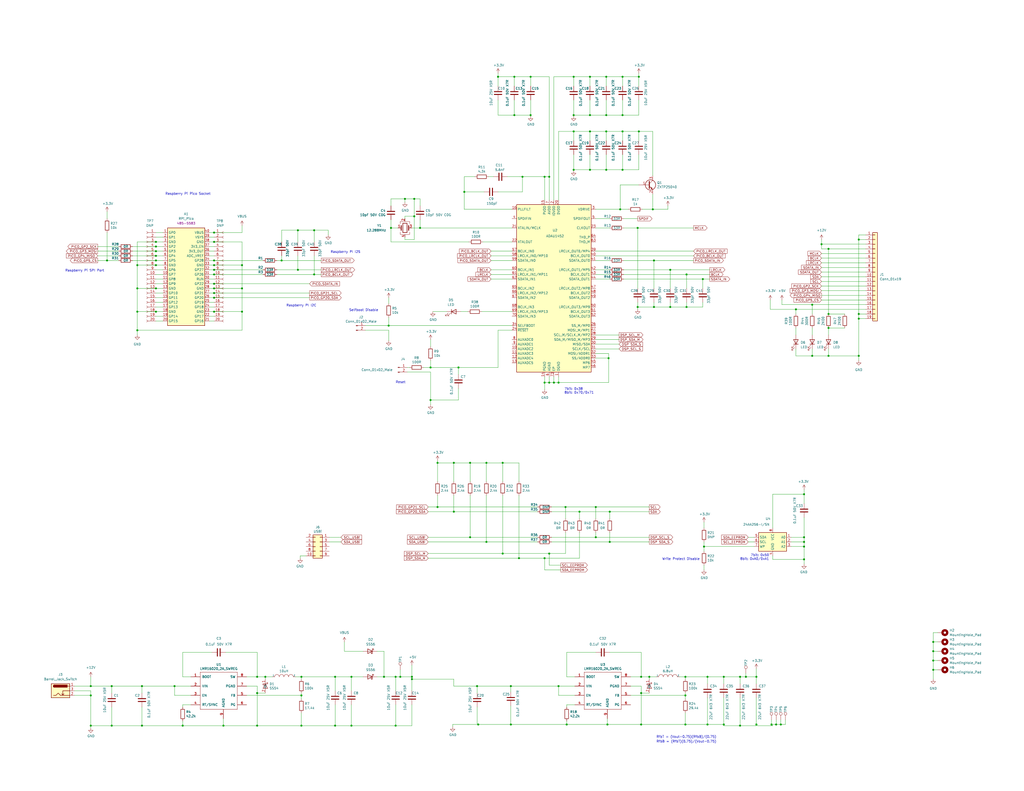
<source format=kicad_sch>
(kicad_sch (version 20211123) (generator eeschema)
  (paper "C")
  (junction (at 99.695 396.24))
  (junction (at 49.53 374.65))
  (junction (at 116.84 154.94))
  (junction (at 77.47 396.24))
  (junction (at 116.84 149.86))
  (junction (at 85.09 144.78))
  (junction (at 374.65 149.86))
  (junction (at 297.18 208.915))
  (junction (at 339.725 71.755))
  (junction (at 132.08 157.48))
  (junction (at 452.12 171.45))
  (junction (at 330.835 92.71))
  (junction (at 289.56 41.91))
  (junction (at 452.12 135.89))
  (junction (at 412.75 369.57))
  (junction (at 321.945 41.91))
  (junction (at 229.235 124.46))
  (junction (at 278.765 374.65))
  (junction (at 412.75 395.605))
  (junction (at 283.21 304.8))
  (junction (at 509.27 365.76))
  (junction (at 212.09 177.8))
  (junction (at 171.45 125.73))
  (junction (at 132.08 144.78))
  (junction (at 85.09 134.62))
  (junction (at 289.56 62.865))
  (junction (at 313.055 71.755))
  (junction (at 74.93 180.34))
  (junction (at 234.95 218.44))
  (junction (at 332.74 279.4))
  (junction (at 383.54 152.4))
  (junction (at 226.06 118.11))
  (junction (at 116.84 160.02))
  (junction (at 247.65 279.4))
  (junction (at 74.93 170.18))
  (junction (at 85.09 139.7))
  (junction (at 164.465 379.73))
  (junction (at 85.09 157.48))
  (junction (at 58.42 142.24))
  (junction (at 348.615 71.755))
  (junction (at 313.055 92.71))
  (junction (at 116.84 144.78))
  (junction (at 85.09 137.16))
  (junction (at 247.65 252.73))
  (junction (at 325.12 276.86))
  (junction (at 116.84 132.08))
  (junction (at 438.785 298.45))
  (junction (at 74.93 157.48))
  (junction (at 253.365 104.775))
  (junction (at 215.9 396.24))
  (junction (at 309.245 395.605))
  (junction (at 116.84 127))
  (junction (at 443.23 194.31))
  (junction (at 164.465 369.57))
  (junction (at 438.785 293.37))
  (junction (at 260.985 395.605))
  (junction (at 238.76 252.73))
  (junction (at 77.47 374.65))
  (junction (at 374.015 369.57))
  (junction (at 374.015 395.605))
  (junction (at 331.47 395.605))
  (junction (at 116.84 142.24))
  (junction (at 354.33 369.57))
  (junction (at 321.945 92.71))
  (junction (at 509.27 355.6))
  (junction (at 74.93 144.78))
  (junction (at 509.27 360.68))
  (junction (at 339.725 41.91))
  (junction (at 338.455 114.3))
  (junction (at 265.43 252.73))
  (junction (at 60.96 374.65))
  (junction (at 238.76 276.86))
  (junction (at 140.335 396.24))
  (junction (at 349.885 378.46))
  (junction (at 468.63 171.45))
  (junction (at 313.055 41.91))
  (junction (at 278.765 395.605))
  (junction (at 256.54 293.37))
  (junction (at 140.335 378.46))
  (junction (at 468.63 130.81))
  (junction (at 209.55 369.57))
  (junction (at 226.06 108.585))
  (junction (at 191.77 369.57))
  (junction (at 153.67 142.24))
  (junction (at 280.67 62.865))
  (junction (at 302.26 208.915))
  (junction (at 330.835 71.755))
  (junction (at 224.79 370.84))
  (junction (at 407.035 369.57))
  (junction (at 349.885 369.57))
  (junction (at 85.09 170.18))
  (junction (at 220.98 108.585))
  (junction (at 60.96 396.24))
  (junction (at 49.53 379.73))
  (junction (at 271.78 41.91))
  (junction (at 121.92 396.24))
  (junction (at 448.31 133.35))
  (junction (at 316.23 279.4))
  (junction (at 332.105 195.58))
  (junction (at 182.88 396.24))
  (junction (at 386.08 369.57))
  (junction (at 171.45 149.86))
  (junction (at 260.35 374.65))
  (junction (at 468.63 173.99))
  (junction (at 116.84 147.32))
  (junction (at 330.835 41.91))
  (junction (at 162.56 125.73))
  (junction (at 349.885 395.605))
  (junction (at 332.74 295.91))
  (junction (at 116.84 157.48))
  (junction (at 438.785 295.91))
  (junction (at 321.945 62.865))
  (junction (at 356.87 167.64))
  (junction (at 191.77 396.24))
  (junction (at 374.65 167.64))
  (junction (at 365.76 167.64))
  (junction (at 403.86 396.24))
  (junction (at 452.12 179.07))
  (junction (at 218.44 369.57))
  (junction (at 256.54 252.73))
  (junction (at 421.005 395.605))
  (junction (at 394.97 369.57))
  (junction (at 299.72 302.26))
  (junction (at 426.085 395.605))
  (junction (at 438.785 305.435))
  (junction (at 285.115 96.52))
  (junction (at 325.12 293.37))
  (junction (at 162.56 147.32))
  (junction (at 116.84 162.56))
  (junction (at 386.08 395.605))
  (junction (at 374.015 379.73))
  (junction (at 85.09 132.08))
  (junction (at 274.32 302.26))
  (junction (at 348.615 41.91))
  (junction (at 365.76 147.32))
  (junction (at 308.61 276.86))
  (junction (at 423.545 395.605))
  (junction (at 213.36 124.46))
  (junction (at 132.08 170.18))
  (junction (at 330.835 62.865))
  (junction (at 49.53 396.24))
  (junction (at 403.86 369.57))
  (junction (at 299.72 96.52))
  (junction (at 434.34 168.91))
  (junction (at 339.725 62.865))
  (junction (at 299.72 208.915))
  (junction (at 304.8 374.65))
  (junction (at 234.95 200.66))
  (junction (at 509.27 350.52))
  (junction (at 297.18 96.52))
  (junction (at 274.32 252.73))
  (junction (at 224.79 369.57))
  (junction (at 182.88 369.57))
  (junction (at 95.25 374.65))
  (junction (at 356.87 142.24))
  (junction (at 452.12 194.31))
  (junction (at 297.18 304.8))
  (junction (at 304.8 208.915))
  (junction (at 116.84 170.18))
  (junction (at 321.945 71.755))
  (junction (at 140.335 369.57))
  (junction (at 265.43 295.91))
  (junction (at 215.9 369.57))
  (junction (at 384.175 298.45))
  (junction (at 438.785 269.875))
  (junction (at 347.98 124.46))
  (junction (at 313.055 62.865))
  (junction (at 144.78 369.57))
  (junction (at 280.67 41.91))
  (junction (at 347.98 167.64))
  (junction (at 250.19 200.66))
  (junction (at 164.465 396.24))
  (junction (at 443.23 166.37))
  (junction (at 394.97 395.605))
  (junction (at 85.09 142.24))
  (junction (at 356.235 114.3))
  (junction (at 468.63 194.31))
  (junction (at 339.725 92.71))
  (wire (pts (xy 279.4 132.08) (xy 263.525 132.08)))
  (wire (pts (xy 256.54 252.73) (xy 247.65 252.73)))
  (wire (pts (xy 224.79 396.24) (xy 215.9 396.24)))
  (wire (pts (xy 171.45 125.73) (xy 179.07 125.73)))
  (wire (pts (xy 468.63 173.99) (xy 468.63 171.45)))
  (wire (pts (xy 116.84 162.56) (xy 168.91 162.56)))
  (wire (pts (xy 140.335 378.46) (xy 140.335 396.24)))
  (wire (pts (xy 233.68 304.8) (xy 283.21 304.8)))
  (wire (pts (xy 88.9 132.08) (xy 85.09 132.08)))
  (wire (pts (xy 394.97 381) (xy 394.97 395.605)))
  (wire (pts (xy 212.09 177.8) (xy 279.4 177.8)))
  (wire (pts (xy 289.56 63.5) (xy 289.56 62.865)))
  (wire (pts (xy 283.21 252.73) (xy 274.32 252.73)))
  (wire (pts (xy 472.44 138.43) (xy 448.31 138.43)))
  (wire (pts (xy 443.23 166.37) (xy 443.23 171.45)))
  (wire (pts (xy 461.01 179.07) (xy 452.12 179.07)))
  (wire (pts (xy 234.95 185.42) (xy 234.95 189.23)))
  (wire (pts (xy 247.015 395.605) (xy 247.015 396.875)))
  (wire (pts (xy 302.26 109.22) (xy 302.26 41.91)))
  (wire (pts (xy 509.27 365.76) (xy 511.81 365.76)))
  (wire (pts (xy 297.18 208.915) (xy 297.18 212.725)))
  (wire (pts (xy 347.98 165.1) (xy 347.98 167.64)))
  (wire (pts (xy 438.785 307.975) (xy 438.785 305.435)))
  (wire (pts (xy 280.67 46.99) (xy 280.67 41.91)))
  (wire (pts (xy 182.88 384.81) (xy 182.88 396.24)))
  (wire (pts (xy 116.84 127) (xy 132.08 127)))
  (wire (pts (xy 236.22 170.18) (xy 243.84 170.18)))
  (wire (pts (xy 332.74 124.46) (xy 325.12 124.46)))
  (wire (pts (xy 58.42 127) (xy 58.42 142.24)))
  (wire (pts (xy 171.45 139.7) (xy 171.45 149.86)))
  (wire (pts (xy 438.785 269.875) (xy 438.785 274.955)))
  (wire (pts (xy 509.27 360.68) (xy 509.27 355.6)))
  (wire (pts (xy 321.945 41.91) (xy 321.945 46.99)))
  (wire (pts (xy 403.86 369.57) (xy 403.86 373.38)))
  (wire (pts (xy 220.98 130.81) (xy 226.06 130.81)))
  (wire (pts (xy 271.78 104.775) (xy 285.115 104.775)))
  (wire (pts (xy 308.61 290.83) (xy 308.61 302.26)))
  (wire (pts (xy 229.235 124.46) (xy 279.4 124.46)))
  (wire (pts (xy 344.17 369.57) (xy 349.885 369.57)))
  (wire (pts (xy 121.92 396.24) (xy 140.335 396.24)))
  (wire (pts (xy 162.56 125.73) (xy 171.45 125.73)))
  (wire (pts (xy 299.72 205.74) (xy 299.72 208.915)))
  (wire (pts (xy 179.07 125.73) (xy 179.07 128.27)))
  (wire (pts (xy 289.56 54.61) (xy 289.56 62.865)))
  (wire (pts (xy 509.27 345.44) (xy 511.81 345.44)))
  (wire (pts (xy 313.055 62.865) (xy 313.055 63.5)))
  (wire (pts (xy 331.47 395.605) (xy 349.885 395.605)))
  (wire (pts (xy 260.35 378.46) (xy 260.35 374.65)))
  (wire (pts (xy 220.98 119.38) (xy 220.98 118.11)))
  (wire (pts (xy 72.39 139.7) (xy 85.09 139.7)))
  (wire (pts (xy 325.12 119.38) (xy 332.74 119.38)))
  (wire (pts (xy 58.42 142.24) (xy 64.77 142.24)))
  (wire (pts (xy 348.615 54.61) (xy 348.615 62.865)))
  (wire (pts (xy 325.12 139.7) (xy 378.46 139.7)))
  (wire (pts (xy 339.725 54.61) (xy 339.725 62.865)))
  (wire (pts (xy 325.12 152.4) (xy 332.74 152.4)))
  (wire (pts (xy 233.68 302.26) (xy 274.32 302.26)))
  (wire (pts (xy 153.67 139.7) (xy 153.67 142.24)))
  (wire (pts (xy 403.86 369.57) (xy 394.97 369.57)))
  (wire (pts (xy 472.44 140.97) (xy 448.31 140.97)))
  (wire (pts (xy 421.005 393.065) (xy 421.005 395.605)))
  (wire (pts (xy 452.12 194.31) (xy 468.63 194.31)))
  (wire (pts (xy 509.27 355.6) (xy 509.27 350.52)))
  (wire (pts (xy 374.015 378.46) (xy 374.015 379.73)))
  (wire (pts (xy 162.56 125.73) (xy 162.56 132.08)))
  (wire (pts (xy 325.12 147.32) (xy 332.74 147.32)))
  (wire (pts (xy 452.12 135.89) (xy 452.12 171.45)))
  (wire (pts (xy 271.78 200.66) (xy 250.19 200.66)))
  (wire (pts (xy 114.3 132.08) (xy 116.84 132.08)))
  (wire (pts (xy 220.98 110.49) (xy 220.98 108.585)))
  (wire (pts (xy 222.25 200.66) (xy 223.52 200.66)))
  (wire (pts (xy 74.93 170.18) (xy 74.93 180.34)))
  (wire (pts (xy 53.34 134.62) (xy 64.77 134.62)))
  (wire (pts (xy 325.12 187.96) (xy 337.82 187.96)))
  (wire (pts (xy 255.905 132.08) (xy 213.36 132.08)))
  (wire (pts (xy 347.98 167.64) (xy 356.87 167.64)))
  (wire (pts (xy 309.245 356.235) (xy 309.245 369.57)))
  (wire (pts (xy 448.31 133.35) (xy 472.44 133.35)))
  (wire (pts (xy 325.12 356.235) (xy 309.245 356.235)))
  (wire (pts (xy 297.18 304.8) (xy 316.23 304.8)))
  (wire (pts (xy 431.8 293.37) (xy 438.785 293.37)))
  (wire (pts (xy 274.32 262.89) (xy 274.32 252.73)))
  (wire (pts (xy 271.78 62.865) (xy 280.67 62.865)))
  (wire (pts (xy 348.615 76.835) (xy 348.615 71.755)))
  (wire (pts (xy 49.53 396.24) (xy 60.96 396.24)))
  (wire (pts (xy 438.785 298.45) (xy 438.785 295.91)))
  (wire (pts (xy 308.61 276.86) (xy 325.12 276.86)))
  (wire (pts (xy 332.105 208.915) (xy 304.8 208.915)))
  (wire (pts (xy 271.78 54.61) (xy 271.78 62.865)))
  (wire (pts (xy 215.9 396.24) (xy 191.77 396.24)))
  (wire (pts (xy 349.885 395.605) (xy 374.015 395.605)))
  (wire (pts (xy 116.84 132.08) (xy 132.08 132.08)))
  (wire (pts (xy 349.885 369.57) (xy 354.33 369.57)))
  (wire (pts (xy 186.055 295.91) (xy 179.705 295.91)))
  (wire (pts (xy 85.09 129.54) (xy 88.9 129.54)))
  (wire (pts (xy 58.42 115.57) (xy 58.42 119.38)))
  (wire (pts (xy 164.465 378.46) (xy 164.465 379.73)))
  (wire (pts (xy 299.72 96.52) (xy 299.72 109.22)))
  (wire (pts (xy 77.47 374.65) (xy 95.25 374.65)))
  (wire (pts (xy 468.63 194.31) (xy 468.63 173.99)))
  (wire (pts (xy 509.27 370.84) (xy 509.27 365.76)))
  (wire (pts (xy 116.84 142.24) (xy 143.51 142.24)))
  (wire (pts (xy 234.95 196.85) (xy 234.95 200.66)))
  (wire (pts (xy 438.785 305.435) (xy 438.785 298.45)))
  (wire (pts (xy 104.14 374.65) (xy 95.25 374.65)))
  (wire (pts (xy 88.9 144.78) (xy 85.09 144.78)))
  (wire (pts (xy 186.055 293.37) (xy 179.705 293.37)))
  (wire (pts (xy 309.245 395.605) (xy 331.47 395.605)))
  (wire (pts (xy 384.175 285.115) (xy 384.175 288.29)))
  (wire (pts (xy 114.3 152.4) (xy 116.84 152.4)))
  (wire (pts (xy 374.015 369.57) (xy 370.84 369.57)))
  (wire (pts (xy 300.99 279.4) (xy 316.23 279.4)))
  (wire (pts (xy 99.695 393.7) (xy 99.695 396.24)))
  (wire (pts (xy 374.015 379.73) (xy 374.015 381.635)))
  (wire (pts (xy 338.455 114.3) (xy 338.455 100.965)))
  (wire (pts (xy 213.36 108.585) (xy 213.36 112.395)))
  (wire (pts (xy 384.175 308.61) (xy 384.175 311.15)))
  (wire (pts (xy 271.78 180.34) (xy 279.4 180.34)))
  (wire (pts (xy 330.835 84.455) (xy 330.835 92.71)))
  (wire (pts (xy 472.44 148.59) (xy 448.31 148.59)))
  (wire (pts (xy 407.035 367.665) (xy 407.035 369.57)))
  (wire (pts (xy 49.53 379.73) (xy 49.53 396.24)))
  (wire (pts (xy 421.64 305.435) (xy 438.785 305.435)))
  (wire (pts (xy 339.725 76.835) (xy 339.725 71.755)))
  (wire (pts (xy 472.44 143.51) (xy 448.31 143.51)))
  (wire (pts (xy 278.765 385.445) (xy 278.765 395.605)))
  (wire (pts (xy 374.015 370.84) (xy 374.015 369.57)))
  (wire (pts (xy 448.31 130.81) (xy 448.31 133.35)))
  (wire (pts (xy 251.46 170.18) (xy 255.27 170.18)))
  (wire (pts (xy 212.09 180.34) (xy 212.09 186.055)))
  (wire (pts (xy 218.44 365.76) (xy 218.44 369.57)))
  (wire (pts (xy 325.12 182.88) (xy 337.82 182.88)))
  (wire (pts (xy 250.19 204.47) (xy 250.19 200.66)))
  (wire (pts (xy 438.785 293.37) (xy 438.785 282.575)))
  (wire (pts (xy 309.245 393.7) (xy 309.245 395.605)))
  (wire (pts (xy 332.105 193.04) (xy 332.105 195.58)))
  (wire (pts (xy 53.34 139.7) (xy 64.77 139.7)))
  (wire (pts (xy 452.12 190.5) (xy 452.12 194.31)))
  (wire (pts (xy 299.72 302.26) (xy 308.61 302.26)))
  (wire (pts (xy 325.12 190.5) (xy 337.82 190.5)))
  (wire (pts (xy 374.015 395.605) (xy 386.08 395.605)))
  (wire (pts (xy 304.8 71.755) (xy 313.055 71.755)))
  (wire (pts (xy 472.44 166.37) (xy 443.23 166.37)))
  (wire (pts (xy 325.12 290.83) (xy 325.12 293.37)))
  (wire (pts (xy 114.3 149.86) (xy 116.84 149.86)))
  (wire (pts (xy 280.67 54.61) (xy 280.67 62.865)))
  (wire (pts (xy 374.65 149.86) (xy 387.35 149.86)))
  (wire (pts (xy 144.78 370.84) (xy 144.78 369.57)))
  (wire (pts (xy 426.085 395.605) (xy 423.545 395.605)))
  (wire (pts (xy 267.97 137.16) (xy 279.4 137.16)))
  (wire (pts (xy 140.335 356.235) (xy 140.335 369.57)))
  (wire (pts (xy 191.77 377.19) (xy 191.77 369.57)))
  (wire (pts (xy 365.76 147.32) (xy 365.76 157.48)))
  (wire (pts (xy 321.945 84.455) (xy 321.945 92.71)))
  (wire (pts (xy 394.97 369.57) (xy 386.08 369.57)))
  (wire (pts (xy 224.79 369.57) (xy 218.44 369.57)))
  (wire (pts (xy 226.06 108.585) (xy 220.98 108.585)))
  (wire (pts (xy 213.36 132.08) (xy 213.36 124.46)))
  (wire (pts (xy 267.97 139.7) (xy 279.4 139.7)))
  (wire (pts (xy 72.39 137.16) (xy 85.09 137.16)))
  (wire (pts (xy 212.09 173.355) (xy 212.09 177.8)))
  (wire (pts (xy 428.625 393.065) (xy 428.625 395.605)))
  (wire (pts (xy 238.76 276.86) (xy 293.37 276.86)))
  (wire (pts (xy 509.27 350.52) (xy 509.27 345.44)))
  (wire (pts (xy 77.47 374.65) (xy 77.47 378.46)))
  (wire (pts (xy 220.98 108.585) (xy 213.36 108.585)))
  (wire (pts (xy 325.12 293.37) (xy 354.33 293.37)))
  (wire (pts (xy 426.72 163.83) (xy 426.72 166.37)))
  (wire (pts (xy 209.55 369.57) (xy 205.74 369.57)))
  (wire (pts (xy 213.36 124.46) (xy 213.36 120.015)))
  (wire (pts (xy 316.23 279.4) (xy 316.23 283.21)))
  (wire (pts (xy 431.8 295.91) (xy 438.785 295.91)))
  (wire (pts (xy 364.49 114.3) (xy 364.49 112.395)))
  (wire (pts (xy 321.945 71.755) (xy 321.945 76.835)))
  (wire (pts (xy 49.53 377.19) (xy 40.64 377.19)))
  (wire (pts (xy 332.74 279.4) (xy 354.33 279.4)))
  (wire (pts (xy 325.12 137.16) (xy 378.46 137.16)))
  (wire (pts (xy 234.95 218.44) (xy 234.95 220.98)))
  (wire (pts (xy 339.725 92.71) (xy 330.835 92.71)))
  (wire (pts (xy 85.09 154.94) (xy 88.9 154.94)))
  (wire (pts (xy 302.26 41.91) (xy 313.055 41.91)))
  (wire (pts (xy 114.3 139.7) (xy 116.84 139.7)))
  (wire (pts (xy 316.23 290.83) (xy 316.23 304.8)))
  (wire (pts (xy 423.545 395.605) (xy 421.005 395.605)))
  (wire (pts (xy 302.26 208.915) (xy 299.72 208.915)))
  (wire (pts (xy 85.09 127) (xy 88.9 127)))
  (wire (pts (xy 85.09 142.24) (xy 88.9 142.24)))
  (wire (pts (xy 325.12 185.42) (xy 337.82 185.42)))
  (wire (pts (xy 58.42 142.24) (xy 53.34 142.24)))
  (wire (pts (xy 340.36 142.24) (xy 356.87 142.24)))
  (wire (pts (xy 316.23 279.4) (xy 332.74 279.4)))
  (wire (pts (xy 114.3 142.24) (xy 116.84 142.24)))
  (wire (pts (xy 340.36 124.46) (xy 347.98 124.46)))
  (wire (pts (xy 325.12 276.86) (xy 354.33 276.86)))
  (wire (pts (xy 260.35 386.08) (xy 260.35 394.97)))
  (wire (pts (xy 132.08 144.78) (xy 132.08 157.48)))
  (wire (pts (xy 421.64 269.875) (xy 438.785 269.875)))
  (wire (pts (xy 344.17 374.65) (xy 349.885 374.65)))
  (wire (pts (xy 297.18 311.15) (xy 306.07 311.15)))
  (wire (pts (xy 182.88 369.57) (xy 191.77 369.57)))
  (wire (pts (xy 297.18 96.52) (xy 299.72 96.52)))
  (wire (pts (xy 386.08 373.38) (xy 386.08 369.57)))
  (wire (pts (xy 321.945 92.71) (xy 313.055 92.71)))
  (wire (pts (xy 164.465 379.73) (xy 134.62 379.73)))
  (wire (pts (xy 299.72 308.61) (xy 299.72 302.26)))
  (wire (pts (xy 407.035 369.57) (xy 403.86 369.57)))
  (wire (pts (xy 304.8 208.915) (xy 302.26 208.915)))
  (wire (pts (xy 285.115 96.52) (xy 297.18 96.52)))
  (wire (pts (xy 114.3 162.56) (xy 116.84 162.56)))
  (wire (pts (xy 253.365 96.52) (xy 253.365 104.775)))
  (wire (pts (xy 74.93 170.18) (xy 85.09 170.18)))
  (wire (pts (xy 144.78 369.57) (xy 148.59 369.57)))
  (wire (pts (xy 247.65 370.84) (xy 247.65 374.65)))
  (wire (pts (xy 279.4 114.3) (xy 253.365 114.3)))
  (wire (pts (xy 308.61 276.86) (xy 308.61 283.21)))
  (wire (pts (xy 411.48 295.91) (xy 408.305 295.91)))
  (wire (pts (xy 77.47 386.08) (xy 77.47 396.24)))
  (wire (pts (xy 114.3 154.94) (xy 116.84 154.94)))
  (wire (pts (xy 304.8 205.74) (xy 304.8 208.915)))
  (wire (pts (xy 461.01 171.45) (xy 452.12 171.45)))
  (wire (pts (xy 164.465 379.73) (xy 164.465 381.635)))
  (wire (pts (xy 191.77 369.57) (xy 198.12 369.57)))
  (wire (pts (xy 509.27 355.6) (xy 511.81 355.6)))
  (wire (pts (xy 283.21 270.51) (xy 283.21 304.8)))
  (wire (pts (xy 182.88 396.24) (xy 191.77 396.24)))
  (wire (pts (xy 330.835 41.91) (xy 339.725 41.91)))
  (wire (pts (xy 412.75 381) (xy 412.75 395.605)))
  (wire (pts (xy 374.015 379.73) (xy 344.17 379.73)))
  (wire (pts (xy 123.19 356.235) (xy 140.335 356.235)))
  (wire (pts (xy 304.8 374.65) (xy 304.8 379.73)))
  (wire (pts (xy 85.09 162.56) (xy 88.9 162.56)))
  (wire (pts (xy 115.57 356.235) (xy 99.695 356.235)))
  (wire (pts (xy 347.98 124.46) (xy 378.46 124.46)))
  (wire (pts (xy 265.43 252.73) (xy 256.54 252.73)))
  (wire (pts (xy 114.3 165.1) (xy 116.84 165.1)))
  (wire (pts (xy 332.74 356.235) (xy 349.885 356.235)))
  (wire (pts (xy 347.98 167.64) (xy 347.98 168.91)))
  (wire (pts (xy 164.465 370.84) (xy 164.465 369.57)))
  (wire (pts (xy 217.17 124.46) (xy 213.36 124.46)))
  (wire (pts (xy 468.63 130.81) (xy 468.63 128.27)))
  (wire (pts (xy 356.87 165.1) (xy 356.87 167.64)))
  (wire (pts (xy 347.98 124.46) (xy 347.98 157.48)))
  (wire (pts (xy 412.75 365.125) (xy 412.75 369.57)))
  (wire (pts (xy 289.56 41.91) (xy 280.67 41.91)))
  (wire (pts (xy 116.84 160.02) (xy 168.91 160.02)))
  (wire (pts (xy 321.945 62.865) (xy 313.055 62.865)))
  (wire (pts (xy 421.64 288.29) (xy 421.64 269.875)))
  (wire (pts (xy 229.235 108.585) (xy 226.06 108.585)))
  (wire (pts (xy 472.44 156.21) (xy 448.31 156.21)))
  (wire (pts (xy 299.72 308.61) (xy 306.07 308.61)))
  (wire (pts (xy 116.84 144.78) (xy 132.08 144.78)))
  (wire (pts (xy 297.18 96.52) (xy 297.18 109.22)))
  (wire (pts (xy 114.3 157.48) (xy 116.84 157.48)))
  (wire (pts (xy 386.08 395.605) (xy 394.97 395.605)))
  (wire (pts (xy 85.09 157.48) (xy 88.9 157.48)))
  (wire (pts (xy 448.31 135.89) (xy 448.31 133.35)))
  (wire (pts (xy 85.09 160.02) (xy 88.9 160.02)))
  (wire (pts (xy 472.44 153.67) (xy 448.31 153.67)))
  (wire (pts (xy 325.12 193.04) (xy 332.105 193.04)))
  (wire (pts (xy 271.78 180.34) (xy 271.78 200.66)))
  (wire (pts (xy 164.465 369.57) (xy 161.29 369.57)))
  (wire (pts (xy 187.96 355.6) (xy 198.12 355.6)))
  (wire (pts (xy 99.695 386.08) (xy 99.695 384.81)))
  (wire (pts (xy 313.055 41.91) (xy 321.945 41.91)))
  (wire (pts (xy 49.53 379.73) (xy 49.53 377.19)))
  (wire (pts (xy 509.27 365.76) (xy 509.27 360.68)))
  (wire (pts (xy 383.54 167.64) (xy 374.65 167.64)))
  (wire (pts (xy 199.39 180.34) (xy 212.09 180.34)))
  (wire (pts (xy 412.75 369.57) (xy 407.035 369.57)))
  (wire (pts (xy 163.83 303.53) (xy 167.005 303.53)))
  (wire (pts (xy 438.785 267.335) (xy 438.785 269.875)))
  (wire (pts (xy 313.69 374.65) (xy 304.8 374.65)))
  (wire (pts (xy 309.245 386.08) (xy 309.245 384.81)))
  (wire (pts (xy 85.09 147.32) (xy 88.9 147.32)))
  (wire (pts (xy 250.19 218.44) (xy 234.95 218.44)))
  (wire (pts (xy 162.56 139.7) (xy 162.56 147.32)))
  (wire (pts (xy 349.885 378.46) (xy 349.885 395.605)))
  (wire (pts (xy 332.74 279.4) (xy 332.74 283.21)))
  (wire (pts (xy 340.36 152.4) (xy 383.54 152.4)))
  (wire (pts (xy 85.09 134.62) (xy 88.9 134.62)))
  (wire (pts (xy 313.055 92.71) (xy 313.055 93.345)))
  (wire (pts (xy 164.465 396.24) (xy 182.88 396.24)))
  (wire (pts (xy 114.3 137.16) (xy 116.84 137.16)))
  (wire (pts (xy 171.45 149.86) (xy 175.26 149.86)))
  (wire (pts (xy 265.43 270.51) (xy 265.43 295.91)))
  (wire (pts (xy 304.8 109.22) (xy 304.8 71.755)))
  (wire (pts (xy 348.615 41.91) (xy 348.615 40.005)))
  (wire (pts (xy 220.98 118.11) (xy 226.06 118.11)))
  (wire (pts (xy 114.3 129.54) (xy 116.84 129.54)))
  (wire (pts (xy 256.54 262.89) (xy 256.54 252.73)))
  (wire (pts (xy 331.47 392.43) (xy 331.47 395.605)))
  (wire (pts (xy 114.3 144.78) (xy 116.84 144.78)))
  (wire (pts (xy 384.175 298.45) (xy 384.175 300.99)))
  (wire (pts (xy 509.27 360.68) (xy 511.81 360.68)))
  (wire (pts (xy 253.365 114.3) (xy 253.365 104.775)))
  (wire (pts (xy 116.84 149.86) (xy 143.51 149.86)))
  (wire (pts (xy 95.25 379.73) (xy 104.14 379.73)))
  (wire (pts (xy 215.9 369.57) (xy 209.55 369.57)))
  (wire (pts (xy 374.65 149.86) (xy 374.65 157.48)))
  (wire (pts (xy 134.62 369.57) (xy 140.335 369.57)))
  (wire (pts (xy 365.76 147.32) (xy 387.35 147.32)))
  (wire (pts (xy 49.53 396.24) (xy 49.53 397.51)))
  (wire (pts (xy 313.055 54.61) (xy 313.055 62.865)))
  (wire (pts (xy 302.26 205.74) (xy 302.26 208.915)))
  (wire (pts (xy 85.09 170.18) (xy 88.9 170.18)))
  (wire (pts (xy 321.945 71.755) (xy 330.835 71.755)))
  (wire (pts (xy 374.65 165.1) (xy 374.65 167.64)))
  (wire (pts (xy 74.93 157.48) (xy 74.93 170.18)))
  (wire (pts (xy 276.86 96.52) (xy 285.115 96.52)))
  (wire (pts (xy 330.835 71.755) (xy 339.725 71.755)))
  (wire (pts (xy 280.67 62.865) (xy 289.56 62.865)))
  (wire (pts (xy 309.245 369.57) (xy 313.69 369.57)))
  (wire (pts (xy 132.08 170.18) (xy 132.08 180.34)))
  (wire (pts (xy 222.25 203.2) (xy 234.95 203.2)))
  (wire (pts (xy 325.12 149.86) (xy 332.74 149.86)))
  (wire (pts (xy 413.385 396.24) (xy 412.75 395.605)))
  (wire (pts (xy 114.3 175.26) (xy 116.84 175.26)))
  (wire (pts (xy 468.63 130.81) (xy 472.44 130.81)))
  (wire (pts (xy 215.9 384.81) (xy 215.9 396.24)))
  (wire (pts (xy 394.97 369.57) (xy 394.97 373.38)))
  (wire (pts (xy 116.84 157.48) (xy 132.08 157.48)))
  (wire (pts (xy 339.725 62.865) (xy 330.835 62.865)))
  (wire (pts (xy 247.65 270.51) (xy 247.65 279.4)))
  (wire (pts (xy 60.96 396.24) (xy 77.47 396.24)))
  (wire (pts (xy 247.015 395.605) (xy 260.985 395.605)))
  (wire (pts (xy 350.52 114.3) (xy 356.235 114.3)))
  (wire (pts (xy 85.09 137.16) (xy 88.9 137.16)))
  (wire (pts (xy 238.76 270.51) (xy 238.76 276.86)))
  (wire (pts (xy 95.25 374.65) (xy 95.25 379.73)))
  (wire (pts (xy 260.35 394.97) (xy 260.985 395.605)))
  (wire (pts (xy 260.35 374.65) (xy 278.765 374.65)))
  (wire (pts (xy 468.63 173.99) (xy 472.44 173.99)))
  (wire (pts (xy 434.34 190.5) (xy 434.34 194.31)))
  (wire (pts (xy 325.12 114.3) (xy 338.455 114.3)))
  (wire (pts (xy 299.72 41.91) (xy 299.72 96.52)))
  (wire (pts (xy 468.63 196.85) (xy 468.63 194.31)))
  (wire (pts (xy 238.76 262.89) (xy 238.76 252.73)))
  (wire (pts (xy 325.12 142.24) (xy 332.74 142.24)))
  (wire (pts (xy 164.465 369.57) (xy 182.88 369.57)))
  (wire (pts (xy 412.75 369.57) (xy 412.75 373.38)))
  (wire (pts (xy 472.44 146.05) (xy 448.31 146.05)))
  (wire (pts (xy 114.3 134.62) (xy 116.84 134.62)))
  (wire (pts (xy 267.97 147.32) (xy 279.4 147.32)))
  (wire (pts (xy 472.44 168.91) (xy 434.34 168.91)))
  (wire (pts (xy 262.89 170.18) (xy 279.4 170.18)))
  (wire (pts (xy 472.44 161.29) (xy 448.31 161.29)))
  (wire (pts (xy 99.695 384.81) (xy 104.14 384.81)))
  (wire (pts (xy 256.54 270.51) (xy 256.54 293.37)))
  (wire (pts (xy 171.45 125.73) (xy 171.45 132.08)))
  (wire (pts (xy 132.08 123.19) (xy 132.08 127)))
  (wire (pts (xy 348.615 46.99) (xy 348.615 41.91)))
  (wire (pts (xy 233.68 279.4) (xy 247.65 279.4)))
  (wire (pts (xy 234.95 203.2) (xy 234.95 218.44)))
  (wire (pts (xy 384.175 295.91) (xy 384.175 298.45)))
  (wire (pts (xy 85.09 152.4) (xy 88.9 152.4)))
  (wire (pts (xy 472.44 135.89) (xy 452.12 135.89)))
  (wire (pts (xy 74.93 157.48) (xy 85.09 157.48)))
  (wire (pts (xy 144.78 378.46) (xy 140.335 378.46)))
  (wire (pts (xy 162.56 147.32) (xy 175.26 147.32)))
  (wire (pts (xy 403.86 396.24) (xy 412.75 396.24)))
  (wire (pts (xy 224.79 370.84) (xy 224.79 369.57)))
  (wire (pts (xy 438.785 295.91) (xy 438.785 293.37)))
  (wire (pts (xy 386.08 381) (xy 386.08 395.605)))
  (wire (pts (xy 421.64 396.24) (xy 413.385 396.24)))
  (wire (pts (xy 283.21 304.8) (xy 297.18 304.8)))
  (wire (pts (xy 274.32 252.73) (xy 265.43 252.73)))
  (wire (pts (xy 342.9 114.3) (xy 338.455 114.3)))
  (wire (pts (xy 348.615 62.865) (xy 339.725 62.865)))
  (wire (pts (xy 365.76 165.1) (xy 365.76 167.64)))
  (wire (pts (xy 443.23 190.5) (xy 443.23 194.31)))
  (wire (pts (xy 85.09 139.7) (xy 88.9 139.7)))
  (wire (pts (xy 330.835 46.99) (xy 330.835 41.91)))
  (wire (pts (xy 356.87 167.64) (xy 365.76 167.64)))
  (wire (pts (xy 348.615 84.455) (xy 348.615 92.71)))
  (wire (pts (xy 134.62 374.65) (xy 140.335 374.65)))
  (wire (pts (xy 140.335 374.65) (xy 140.335 378.46)))
  (wire (pts (xy 260.985 395.605) (xy 278.765 395.605)))
  (wire (pts (xy 265.43 295.91) (xy 293.37 295.91)))
  (wire (pts (xy 313.055 76.835) (xy 313.055 71.755)))
  (wire (pts (xy 383.54 152.4) (xy 383.54 157.48)))
  (wire (pts (xy 99.695 356.235) (xy 99.695 369.57)))
  (wire (pts (xy 224.79 363.22) (xy 224.79 369.57)))
  (wire (pts (xy 266.7 96.52) (xy 269.24 96.52)))
  (wire (pts (xy 85.09 149.86) (xy 88.9 149.86)))
  (wire (pts (xy 231.14 200.66) (xy 234.95 200.66)))
  (wire (pts (xy 153.67 125.73) (xy 162.56 125.73)))
  (wire (pts (xy 77.47 396.24) (xy 99.695 396.24)))
  (wire (pts (xy 209.55 355.6) (xy 209.55 369.57)))
  (wire (pts (xy 340.36 149.86) (xy 374.65 149.86)))
  (wire (pts (xy 218.44 369.57) (xy 215.9 369.57)))
  (wire (pts (xy 321.945 41.91) (xy 330.835 41.91)))
  (wire (pts (xy 339.725 71.755) (xy 348.615 71.755)))
  (wire (pts (xy 468.63 171.45) (xy 468.63 130.81)))
  (wire (pts (xy 256.54 293.37) (xy 293.37 293.37)))
  (wire (pts (xy 411.48 293.37) (xy 408.305 293.37)))
  (wire (pts (xy 330.835 62.865) (xy 321.945 62.865)))
  (wire (pts (xy 163.83 304.8) (xy 163.83 303.53)))
  (wire (pts (xy 72.39 142.24) (xy 85.09 142.24)))
  (wire (pts (xy 280.67 41.91) (xy 271.78 41.91)))
  (wire (pts (xy 472.44 158.75) (xy 448.31 158.75)))
  (wire (pts (xy 452.12 179.07) (xy 452.12 182.88)))
  (wire (pts (xy 267.97 152.4) (xy 279.4 152.4)))
  (wire (pts (xy 300.99 293.37) (xy 325.12 293.37)))
  (wire (pts (xy 339.725 84.455) (xy 339.725 92.71)))
  (wire (pts (xy 60.96 386.08) (xy 60.96 396.24)))
  (wire (pts (xy 215.9 377.19) (xy 215.9 369.57)))
  (wire (pts (xy 132.08 132.08) (xy 132.08 144.78)))
  (wire (pts (xy 443.23 194.31) (xy 452.12 194.31)))
  (wire (pts (xy 205.74 355.6) (xy 209.55 355.6)))
  (wire (pts (xy 74.93 132.08) (xy 85.09 132.08)))
  (wire (pts (xy 74.93 180.34) (xy 132.08 180.34)))
  (wire (pts (xy 271.78 41.91) (xy 271.78 40.005)))
  (wire (pts (xy 309.245 384.81) (xy 313.69 384.81)))
  (wire (pts (xy 304.8 379.73) (xy 313.69 379.73)))
  (wire (pts (xy 426.085 393.065) (xy 426.085 395.605)))
  (wire (pts (xy 423.545 393.065) (xy 423.545 395.605)))
  (wire (pts (xy 74.93 180.34) (xy 74.93 182.88)))
  (wire (pts (xy 212.09 162.56) (xy 212.09 165.735)))
  (wire (pts (xy 443.23 166.37) (xy 426.72 166.37)))
  (wire (pts (xy 99.695 369.57) (xy 104.14 369.57)))
  (wire (pts (xy 403.86 381) (xy 403.86 396.24)))
  (wire (pts (xy 383.54 152.4) (xy 387.35 152.4)))
  (wire (pts (xy 348.615 71.755) (xy 356.235 71.755)))
  (wire (pts (xy 151.13 149.86) (xy 171.45 149.86)))
  (wire (pts (xy 313.055 71.755) (xy 321.945 71.755)))
  (wire (pts (xy 349.885 374.65) (xy 349.885 378.46)))
  (wire (pts (xy 187.96 350.52) (xy 187.96 355.6)))
  (wire (pts (xy 233.68 295.91) (xy 265.43 295.91)))
  (wire (pts (xy 267.97 142.24) (xy 279.4 142.24)))
  (wire (pts (xy 330.835 54.61) (xy 330.835 62.865)))
  (wire (pts (xy 114.3 147.32) (xy 116.84 147.32)))
  (wire (pts (xy 85.09 167.64) (xy 88.9 167.64)))
  (wire (pts (xy 313.055 84.455) (xy 313.055 92.71)))
  (wire (pts (xy 428.625 395.605) (xy 426.085 395.605)))
  (wire (pts (xy 199.39 177.8) (xy 212.09 177.8)))
  (wire (pts (xy 121.92 392.43) (xy 121.92 396.24)))
  (wire (pts (xy 434.34 179.07) (xy 434.34 182.88)))
  (wire (pts (xy 191.77 384.81) (xy 191.77 396.24)))
  (wire (pts (xy 229.235 120.015) (xy 229.235 124.46)))
  (wire (pts (xy 289.56 41.91) (xy 299.72 41.91)))
  (wire (pts (xy 60.96 374.65) (xy 77.47 374.65)))
  (wire (pts (xy 300.99 276.86) (xy 308.61 276.86)))
  (wire (pts (xy 74.93 144.78) (xy 85.09 144.78)))
  (wire (pts (xy 330.835 76.835) (xy 330.835 71.755)))
  (wire (pts (xy 297.18 311.15) (xy 297.18 304.8)))
  (wire (pts (xy 468.63 128.27) (xy 472.44 128.27)))
  (wire (pts (xy 233.68 276.86) (xy 238.76 276.86)))
  (wire (pts (xy 300.99 295.91) (xy 332.74 295.91)))
  (wire (pts (xy 116.84 170.18) (xy 132.08 170.18)))
  (wire (pts (xy 338.455 100.965) (xy 348.615 100.965)))
  (wire (pts (xy 340.36 119.38) (xy 347.98 119.38)))
  (wire (pts (xy 340.36 147.32) (xy 365.76 147.32)))
  (wire (pts (xy 325.12 276.86) (xy 325.12 283.21)))
  (wire (pts (xy 325.12 195.58) (xy 332.105 195.58)))
  (wire (pts (xy 356.87 142.24) (xy 356.87 157.48)))
  (wire (pts (xy 253.365 104.775) (xy 264.16 104.775)))
  (wire (pts (xy 386.08 369.57) (xy 374.015 369.57)))
  (wire (pts (xy 354.33 378.46) (xy 349.885 378.46)))
  (wire (pts (xy 356.235 71.755) (xy 356.235 95.885)))
  (wire (pts (xy 49.53 369.57) (xy 49.53 374.65)))
  (wire (pts (xy 164.465 389.255) (xy 164.465 396.24)))
  (wire (pts (xy 151.13 147.32) (xy 162.56 147.32)))
  (wire (pts (xy 114.3 172.72) (xy 116.84 172.72)))
  (wire (pts (xy 40.64 379.73) (xy 49.53 379.73)))
  (wire (pts (xy 85.09 175.26) (xy 88.9 175.26)))
  (wire (pts (xy 278.765 395.605) (xy 309.245 395.605)))
  (wire (pts (xy 238.76 251.46) (xy 238.76 252.73)))
  (wire (pts (xy 468.63 171.45) (xy 472.44 171.45)))
  (wire (pts (xy 85.09 165.1) (xy 88.9 165.1)))
  (wire (pts (xy 374.015 389.255) (xy 374.015 395.605)))
  (wire (pts (xy 151.13 142.24) (xy 153.67 142.24)))
  (wire (pts (xy 220.98 129.54) (xy 220.98 130.81)))
  (wire (pts (xy 53.34 137.16) (xy 64.77 137.16)))
  (wire (pts (xy 132.08 157.48) (xy 132.08 170.18)))
  (wire (pts (xy 224.79 124.46) (xy 229.235 124.46)))
  (wire (pts (xy 153.67 142.24) (xy 175.26 142.24)))
  (wire (pts (xy 452.12 135.89) (xy 448.31 135.89)))
  (wire (pts (xy 224.79 377.19) (xy 224.79 370.84)))
  (wire (pts (xy 297.18 205.74) (xy 297.18 208.915)))
  (wire (pts (xy 434.34 194.31) (xy 443.23 194.31)))
  (wire (pts (xy 299.72 208.915) (xy 297.18 208.915)))
  (wire (pts (xy 259.08 96.52) (xy 253.365 96.52)))
  (wire (pts (xy 274.32 270.51) (xy 274.32 302.26)))
  (wire (pts (xy 224.79 384.81) (xy 224.79 396.24)))
  (wire (pts (xy 421.64 303.53) (xy 421.64 305.435)))
  (wire (pts (xy 420.37 168.91) (xy 420.37 163.83)))
  (wire (pts (xy 247.65 374.65) (xy 260.35 374.65)))
  (wire (pts (xy 339.725 46.99) (xy 339.725 41.91)))
  (wire (pts (xy 332.74 295.91) (xy 354.33 295.91)))
  (wire (pts (xy 394.97 396.24) (xy 394.97 395.605)))
  (wire (pts (xy 114.3 160.02) (xy 116.84 160.02)))
  (wire (pts (xy 364.49 114.3) (xy 356.235 114.3)))
  (wire (pts (xy 339.725 41.91) (xy 348.615 41.91)))
  (wire (pts (xy 233.68 293.37) (xy 256.54 293.37)))
  (wire (pts (xy 289.56 46.99) (xy 289.56 41.91)))
  (wire (pts (xy 434.34 168.91) (xy 420.37 168.91)))
  (wire (pts (xy 443.23 179.07) (xy 443.23 182.88)))
  (wire (pts (xy 356.87 142.24) (xy 378.46 142.24)))
  (wire (pts (xy 226.06 130.81) (xy 226.06 118.11)))
  (wire (pts (xy 182.88 377.19) (xy 182.88 369.57)))
  (wire (pts (xy 285.115 104.775) (xy 285.115 96.52)))
  (wire (pts (xy 85.09 172.72) (xy 88.9 172.72)))
  (wire (pts (xy 421.64 396.24) (xy 421.005 395.605)))
  (wire (pts (xy 99.695 396.24) (xy 121.92 396.24)))
  (wire (pts (xy 472.44 151.13) (xy 448.31 151.13)))
  (wire (pts (xy 332.74 290.83) (xy 332.74 295.91)))
  (wire (pts (xy 247.65 262.89) (xy 247.65 252.73)))
  (wire (pts (xy 226.06 118.11) (xy 226.06 108.585)))
  (wire (pts (xy 356.235 114.3) (xy 356.235 106.045)))
  (wire (pts (xy 234.95 200.66) (xy 250.19 200.66)))
  (wire (pts (xy 509.27 350.52) (xy 511.81 350.52)))
  (wire (pts (xy 354.33 369.57) (xy 358.14 369.57)))
  (wire (pts (xy 321.945 54.61) (xy 321.945 62.865)))
  (wire (pts (xy 229.235 112.395) (xy 229.235 108.585)))
  (wire (pts (xy 140.335 369.57) (xy 144.78 369.57)))
  (wire (pts (xy 267.97 149.86) (xy 279.4 149.86)))
  (wire (pts (xy 116.84 147.32) (xy 143.51 147.32)))
  (wire (pts (xy 349.885 356.235) (xy 349.885 369.57)))
  (wire (pts (xy 49.53 374.65) (xy 60.96 374.65)))
  (wire (pts (xy 114.3 167.64) (xy 116.84 167.64)))
  (wire (pts (xy 114.3 127) (xy 116.84 127)))
  (wire (pts (xy 412.75 396.24) (xy 412.75 395.605)))
  (wire (pts (xy 238.76 252.73) (xy 247.65 252.73)))
  (wire (pts (xy 330.835 92.71) (xy 321.945 92.71)))
  (wire (pts (xy 72.39 134.62) (xy 85.09 134.62)))
  (wire (pts (xy 299.72 302.26) (xy 274.32 302.26)))
  (wire (pts (xy 283.21 262.89) (xy 283.21 252.73)))
  (wire (pts (xy 383.54 165.1) (xy 383.54 167.64)))
  (wire (pts (xy 114.3 170.18) (xy 116.84 170.18)))
  (wire (pts (xy 247.65 279.4) (xy 293.37 279.4)))
  (wire (pts (xy 74.93 132.08) (xy 74.93 144.78)))
  (wire (pts (xy 348.615 92.71) (xy 339.725 92.71)))
  (wire (pts (xy 60.96 374.65) (xy 60.96 378.46)))
  (wire (pts (xy 224.79 370.84) (xy 247.65 370.84)))
  (wire (pts (xy 365.76 167.64) (xy 374.65 167.64)))
  (wire (pts (xy 431.8 298.45) (xy 438.785 298.45)))
  (wire (pts (xy 354.33 370.84) (xy 354.33 369.57)))
  (wire (pts (xy 434.34 168.91) (xy 434.34 171.45)))
  (wire (pts (xy 140.335 396.24) (xy 164.465 396.24)))
  (wire (pts (xy 265.43 262.89) (xy 265.43 252.73)))
  (wire (pts (xy 250.19 212.09) (xy 250.19 218.44)))
  (wire (pts (xy 384.175 298.45) (xy 411.48 298.45)))
  (wire (pts (xy 313.055 46.99) (xy 313.055 41.91)))
  (wire (pts (xy 40.64 374.65) (xy 49.53 374.65)))
  (wire (pts (xy 271.78 46.99) (xy 271.78 41.91)))
  (wire (pts (xy 278.765 377.825) (xy 278.765 374.65)))
  (wire (pts (xy 304.8 374.65) (xy 278.765 374.65)))
  (wire (pts (xy 116.84 154.94) (xy 168.91 154.94)))
  (wire (pts (xy 74.93 144.78) (xy 74.93 157.48)))
  (wire (pts (xy 332.105 195.58) (xy 332.105 208.915)))
  (wire (pts (xy 153.67 132.08) (xy 153.67 125.73)))
  (wire (pts (xy 472.44 163.83) (xy 448.31 163.83)))
  (wire (pts (xy 394.97 396.24) (xy 403.86 396.24)))
  (text "RfbB = (RfbT)(0.75)/(Vout-0.75)" (at 358.14 405.765 0) (effects (font (size 1.27 1.27)) (justify left bottom)))
  (text "Raspberry PI I2C" (at 156.21 167.64 0) (effects (font (size 1.27 1.27)) (justify left bottom)))
  (text "Raspberry Pi SPI Port" (at 35.56 148.59 0) (effects (font (size 1.27 1.27)) (justify left bottom)))
  (text "RfbT = (Vout-0.75)(RfbB)/(0.75)" (at 358.14 403.225 0) (effects (font (size 1.27 1.27)) (justify left bottom)))
  (text "7bit: 0x38\n8bit: 0x70/0x71" (at 307.975 215.265 0) (effects (font (size 1.27 1.27)) (justify left bottom)))
  (text "Selfboot Disable" (at 190.5 170.18 0) (effects (font (size 1.27 1.27)) (justify left bottom)))
  (text "Write Protect Disable" (at 361.315 306.07 0) (effects (font (size 1.27 1.27)) (justify left bottom)))
  (text "7bit: 0x50\n8bit: 0xA0/0xA1" (at 419.735 306.07 180) (effects (font (size 1.27 1.27)) (justify right bottom)))
  (text "Reset" (at 215.9 209.55 0) (effects (font (size 1.27 1.27)) (justify left bottom)))
  (text "Raspberry PI I2S" (at 180.34 138.43 0) (effects (font (size 1.27 1.27)) (justify left bottom)))
  (text "Raspberry Pi Pico Socket" (at 90.17 106.68 0) (effects (font (size 1.27 1.27)) (justify left bottom)))
  (global_label "PICO_SDATA_OUT" (shape input) (at 267.97 142.24 180) (property "Intersheet References" "${INTERSHEET_REFS}" (effects hide)))
  (global_label "PICO_GP20_SDA" (shape input) (at 233.68 279.4 180) (property "Intersheet References" "${INTERSHEET_REFS}" (effects hide)))
  (global_label "PICO_GP21_SCL" (shape output) (at 168.91 160.02 0) (property "Intersheet References" "${INTERSHEET_REFS}" (effects hide)))
  (global_label "PICO_SDATA_OUT" (shape output) (at 175.26 142.24 0) (property "Intersheet References" "${INTERSHEET_REFS}" (effects hide)))
  (global_label "SDATA_IN" (shape output) (at 387.35 152.4 0) (property "Intersheet References" "${INTERSHEET_REFS}" (effects hide)))
  (global_label "DSP_SCL_M" (shape output) (at 337.82 182.88 0) (property "Intersheet References" "${INTERSHEET_REFS}" (effects hide)))
  (global_label "SCL" (shape output) (at 354.33 276.86 0) (property "Intersheet References" "${INTERSHEET_REFS}" (effects hide)))
  (global_label "SDA" (shape input) (at 448.31 151.13 180) (property "Intersheet References" "${INTERSHEET_REFS}" (effects hide)))
  (global_label "PICO_GP2_SCK" (shape output) (at 53.34 134.62 180) (property "Intersheet References" "${INTERSHEET_REFS}" (effects hide)))
  (global_label "LRCLK" (shape output) (at 387.35 147.32 0) (property "Intersheet References" "${INTERSHEET_REFS}" (effects hide)))
  (global_label "PICO_SDATA_IN" (shape input) (at 168.91 154.94 0) (property "Intersheet References" "${INTERSHEET_REFS}" (effects hide)))
  (global_label "SDA_USBi" (shape input) (at 233.68 295.91 180) (property "Intersheet References" "${INTERSHEET_REFS}" (effects hide)))
  (global_label "DSP_SCL_M" (shape input) (at 233.68 302.26 180) (property "Intersheet References" "${INTERSHEET_REFS}" (effects hide)))
  (global_label "SDA_EEPROM" (shape input) (at 408.305 293.37 180) (property "Intersheet References" "${INTERSHEET_REFS}" (effects hide)))
  (global_label "DSP SDA_S" (shape output) (at 354.33 295.91 0) (property "Intersheet References" "${INTERSHEET_REFS}" (effects hide)))
  (global_label "PICO_GP2_SCK" (shape input) (at 448.31 156.21 180) (property "Intersheet References" "${INTERSHEET_REFS}" (effects hide)))
  (global_label "PICO_GP3_MOSI" (shape output) (at 53.34 137.16 180) (property "Intersheet References" "${INTERSHEET_REFS}" (effects hide)))
  (global_label "SCL_EEPROM" (shape output) (at 306.07 308.61 0) (property "Intersheet References" "${INTERSHEET_REFS}" (effects hide)))
  (global_label "DSP_SDA_M" (shape input) (at 233.68 304.8 180) (property "Intersheet References" "${INTERSHEET_REFS}" (effects hide)))
  (global_label "SCL_USBi" (shape input) (at 233.68 293.37 180) (property "Intersheet References" "${INTERSHEET_REFS}" (effects hide)))
  (global_label "PICO_GP4_MISO" (shape input) (at 53.34 139.7 180) (property "Intersheet References" "${INTERSHEET_REFS}" (effects hide)))
  (global_label "BCLK" (shape input) (at 267.97 147.32 180) (property "Intersheet References" "${INTERSHEET_REFS}" (effects hide)))
  (global_label "PICO_SDATA_IN" (shape output) (at 378.46 142.24 0) (property "Intersheet References" "${INTERSHEET_REFS}" (effects hide)))
  (global_label "PICO_BCLK_OUT" (shape output) (at 175.26 149.86 0) (property "Intersheet References" "${INTERSHEET_REFS}" (effects hide)))
  (global_label "SDA_EEPROM" (shape output) (at 306.07 311.15 0) (property "Intersheet References" "${INTERSHEET_REFS}" (effects hide)))
  (global_label "MCLK" (shape output) (at 378.46 124.46 0) (property "Intersheet References" "${INTERSHEET_REFS}" (effects hide)))
  (global_label "LRCLK" (shape input) (at 448.31 143.51 180) (property "Intersheet References" "${INTERSHEET_REFS}" (effects hide)))
  (global_label "MCLK" (shape input) (at 448.31 138.43 180) (property "Intersheet References" "${INTERSHEET_REFS}" (effects hide)))
  (global_label "BCLK" (shape input) (at 448.31 140.97 180) (property "Intersheet References" "${INTERSHEET_REFS}" (effects hide)))
  (global_label "LRCLK" (shape input) (at 267.97 149.86 180) (property "Intersheet References" "${INTERSHEET_REFS}" (effects hide)))
  (global_label "PICO_GP5_CS" (shape output) (at 53.34 142.24 180) (property "Intersheet References" "${INTERSHEET_REFS}" (effects hide)))
  (global_label "PICO_BCLK_OUT" (shape input) (at 267.97 137.16 180) (property "Intersheet References" "${INTERSHEET_REFS}" (effects hide)))
  (global_label "SDATA_OUT" (shape input) (at 448.31 148.59 180) (property "Intersheet References" "${INTERSHEET_REFS}" (effects hide)))
  (global_label "SCL_EEPROM" (shape input) (at 408.305 295.91 180) (property "Intersheet References" "${INTERSHEET_REFS}" (effects hide)))
  (global_label "PICO_GP4_MISO" (shape output) (at 448.31 161.29 180) (property "Intersheet References" "${INTERSHEET_REFS}" (effects hide)))
  (global_label "SPDIF" (shape output) (at 347.98 119.38 0) (property "Intersheet References" "${INTERSHEET_REFS}" (effects hide)))
  (global_label "DSP SDA_S" (shape input) (at 337.82 187.96 0) (property "Intersheet References" "${INTERSHEET_REFS}" (effects hide)))
  (global_label "DSP_SCL_S" (shape output) (at 354.33 293.37 0) (property "Intersheet References" "${INTERSHEET_REFS}" (effects hide)))
  (global_label "SCL_USBi" (shape input) (at 186.055 293.37 0) (property "Intersheet References" "${INTERSHEET_REFS}" (effects hide)))
  (global_label "BCLK" (shape output) (at 387.35 149.86 0) (property "Intersheet References" "${INTERSHEET_REFS}" (effects hide)))
  (global_label "SDA" (shape output) (at 354.33 279.4 0) (property "Intersheet References" "${INTERSHEET_REFS}" (effects hide)))
  (global_label "PICO_LRCLK_OUT" (shape input) (at 267.97 139.7 180) (property "Intersheet References" "${INTERSHEET_REFS}" (effects hide)))
  (global_label "SDA_USBi" (shape input) (at 186.055 295.91 0) (property "Intersheet References" "${INTERSHEET_REFS}" (effects hide)))
  (global_label "PICO_GP5_CS" (shape input) (at 448.31 163.83 180) (property "Intersheet References" "${INTERSHEET_REFS}" (effects hide)))
  (global_label "SDATA_IN" (shape input) (at 448.31 146.05 180) (property "Intersheet References" "${INTERSHEET_REFS}" (effects hide)))
  (global_label "PICO_GP3_MOSI" (shape input) (at 448.31 158.75 180) (property "Intersheet References" "${INTERSHEET_REFS}" (effects hide)))
  (global_label "DSP_SCL_S" (shape input) (at 337.82 190.5 0) (property "Intersheet References" "${INTERSHEET_REFS}" (effects hide)))
  (global_label "PICO_LRCLK_OUT" (shape output) (at 175.26 147.32 0) (property "Intersheet References" "${INTERSHEET_REFS}" (effects hide)))
  (global_label "PICO_GP20_SDA" (shape output) (at 168.91 162.56 0) (property "Intersheet References" "${INTERSHEET_REFS}" (effects hide)))
  (global_label "PICO_LRCLK_OUT" (shape input) (at 378.46 137.16 0) (property "Intersheet References" "${INTERSHEET_REFS}" (effects hide)))
  (global_label "PICO_GP21_SCL" (shape input) (at 233.68 276.86 180) (property "Intersheet References" "${INTERSHEET_REFS}" (effects hide)))
  (global_label "PICO_BCLK_OUT" (shape input) (at 378.46 139.7 0) (property "Intersheet References" "${INTERSHEET_REFS}" (effects hide)))
  (global_label "SCL" (shape input) (at 448.31 153.67 180) (property "Intersheet References" "${INTERSHEET_REFS}" (effects hide)))
  (global_label "DSP_SDA_M" (shape output) (at 337.82 185.42 0) (property "Intersheet References" "${INTERSHEET_REFS}" (effects hide)))
  (global_label "SDATA_OUT" (shape input) (at 267.97 152.4 180) (property "Intersheet References" "${INTERSHEET_REFS}" (effects hide)))
  (symbol (lib_id "Device:R") (at 147.32 142.24 270) (unit 1)
    (property "Reference" "R1" (at 142.24 140.97 90))
    (property "Value" "33R" (at 147.32 142.24 90))
    (property "Footprint" "Resistor_SMD:R_0603_1608Metric_Pad0.98x0.95mm_HandSolder" (effects hide))
    (property "Manufacturer" "Uniroyal Elec" (effects hide))
    (property "Part Number" "0603WAF330JT5E" (effects hide))
    (property "LCSC Part #" "C23140" (effects hide))
  )
  (symbol (lib_id "Device:C") (at 348.615 80.645 0) (unit 1)
    (property "Reference" "C27" (at 344.805 78.105 0) (effects (justify left)))
    (property "Value" "10uF 25V X5R" (at 352.425 87.63 90) (effects (justify left)))
    (property "Footprint" "Capacitor_SMD:C_0805_2012Metric_Pad1.18x1.45mm_HandSolder" (effects hide))
    (property "Manufacturer" "Samsung" (effects hide))
    (property "Part Number" "CL21A106KAYNNNE" (effects hide))
    (property "LCSC Part #" "C15850" (effects hide))
  )
  (symbol (lib_id "Device:C") (at 394.97 377.19 0) (unit 1)
    (property "Reference" "C35" (at 396.24 374.65 0) (effects (justify left)))
    (property "Value" "22uF 6V3 X7R" (at 396.875 393.065 90) (effects (justify left)))
    (property "Footprint" "Capacitor_SMD:C_0805_2012Metric_Pad1.18x1.45mm_HandSolder" (effects hide))
    (property "Manufacturer" "Samsung" (effects hide))
    (property "Part Number" "CL21A226MAQNNNE" (effects hide))
    (property "LCSC Part #" "C45783" (effects hide))
  )
  (symbol (lib_id "power:GND") (at 236.22 170.18 0) (unit 1)
    (property "Reference" "#PWR0102" (effects hide))
    (property "Value" "GND" (at 236.347 174.5742 0))
  )
  (symbol (lib_id "Device:R") (at 297.18 293.37 270) (unit 1)
    (property "Reference" "R36" (at 289.56 292.1 90) (effects (justify left)))
    (property "Value" "0R" (at 295.91 293.37 90) (effects (justify left)))
    (property "Footprint" "Resistor_SMD:R_0603_1608Metric_Pad0.98x0.95mm_HandSolder" (effects hide))
    (property "Manufacturer" "Uniroyal Elec" (effects hide))
    (property "Part Number" "0603WAF0000T5E" (effects hide))
    (property "LCSC Part #" "C21189" (effects hide))
  )
  (symbol (lib_id "KicadCustomComponents:Schottky_SS54") (at 144.78 374.65 270) (unit 1)
    (property "Reference" "D1" (at 147.0152 373.4816 90) (effects (justify left)))
    (property "Value" "SS54" (at 147.0152 375.793 90) (effects (justify left)))
    (property "Footprint" "Diode_SMD:D_SMA" (effects hide))
    (property "Manufacturer" "Comchip Technology" (effects hide))
    (property "Part Number" "SS54-HF" (effects hide))
    (property "Mouser" "750-SS54-HF" (effects hide))
    (property "LCSC Part #" "C3014014" (effects hide))
  )
  (symbol (lib_id "Device:R") (at 147.32 147.32 270) (unit 1)
    (property "Reference" "R2" (at 142.24 146.05 90))
    (property "Value" "33R" (at 147.32 147.32 90))
    (property "Footprint" "Resistor_SMD:R_0603_1608Metric_Pad0.98x0.95mm_HandSolder" (effects hide))
    (property "Manufacturer" "Uniroyal Elec" (effects hide))
    (property "Part Number" "0603WAF330JT5E" (effects hide))
    (property "LCSC Part #" "C23140" (effects hide))
  )
  (symbol (lib_id "Device:R") (at 259.715 132.08 270) (unit 1)
    (property "Reference" "R10" (at 259.715 126.8222 90))
    (property "Value" "100R" (at 259.715 129.1336 90))
    (property "Footprint" "Resistor_SMD:R_0603_1608Metric_Pad0.98x0.95mm_HandSolder" (effects hide))
    (property "Manufacturer" "Uniroyal Elec" (effects hide))
    (property "Part Number" "0603WAF1000T5E" (effects hide))
    (property "LCSC Part #" "C22775" (effects hide))
  )
  (symbol (lib_id "Connector:Barrel_Jack_Switch") (at 33.02 377.19 0) (unit 1)
    (property "Reference" "J3" (at 33.02 368.3 0))
    (property "Value" "Barrel_Jack_Switch" (at 33.02 370.84 0))
    (property "Footprint" "Connector_BarrelJack:BarrelJack_GCT_DCJ200-10-A_Horizontal" (effects hide))
    (property "Mouser" "640-DCJ200-10-A-K1-K" (effects hide))
  )
  (symbol (lib_id "Device:R") (at 325.12 287.02 180) (unit 1)
    (property "Reference" "R40" (at 322.58 285.75 0) (effects (justify left)))
    (property "Value" "0R" (at 322.58 288.29 0) (effects (justify left)))
    (property "Footprint" "Resistor_SMD:R_0603_1608Metric_Pad0.98x0.95mm_HandSolder" (effects hide))
    (property "Manufacturer" "Uniroyal Elec" (effects hide))
    (property "Part Number" "0603WAF0000T5E" (effects hide))
    (property "LCSC Part #" "C21189" (effects hide))
  )
  (symbol (lib_id "Device:R") (at 147.32 149.86 270) (unit 1)
    (property "Reference" "R3" (at 142.24 148.59 90))
    (property "Value" "33R" (at 147.32 149.86 90))
    (property "Footprint" "Resistor_SMD:R_0603_1608Metric_Pad0.98x0.95mm_HandSolder" (effects hide))
    (property "Manufacturer" "Uniroyal Elec" (effects hide))
    (property "Part Number" "0603WAF330JT5E" (effects hide))
    (property "LCSC Part #" "C23140" (effects hide))
  )
  (symbol (lib_id "Connector:TestPoint") (at 421.005 393.065 0) (unit 1)
    (property "Reference" "TP3" (at 421.005 385.445 90) (effects (justify right)))
    (property "Value" "DNP" (effects hide))
    (property "Footprint" "TestPoint:TestPoint_Keystone_5000-5004_Miniature" (effects hide))
  )
  (symbol (lib_id "Mechanical:MountingHole_Pad") (at 514.35 360.68 270) (unit 1)
    (property "Reference" "H5" (at 518.16 359.4099 90) (effects (justify left)))
    (property "Value" "MountingHole_Pad" (at 518.16 361.9499 90) (effects (justify left)))
    (property "Footprint" "MountingHole:MountingHole_3.2mm_M3_Pad_Via" (effects hide))
  )
  (symbol (lib_id "Mechanical:MountingHole_Pad") (at 514.35 365.76 270) (unit 1)
    (property "Reference" "H6" (at 518.16 364.4899 90) (effects (justify left)))
    (property "Value" "MountingHole_Pad" (at 518.16 367.0299 90) (effects (justify left)))
    (property "Footprint" "MountingHole:MountingHole_3.2mm_M3_Pad_Via" (effects hide))
  )
  (symbol (lib_id "Device:R") (at 68.58 139.7 270) (unit 1)
    (property "Reference" "R30" (at 60.96 138.43 90) (effects (justify left)))
    (property "Value" "0R" (at 67.31 139.7 90) (effects (justify left)))
    (property "Footprint" "Resistor_SMD:R_0603_1608Metric_Pad0.98x0.95mm_HandSolder" (effects hide))
    (property "Manufacturer" "Uniroyal Elec" (effects hide))
    (property "Part Number" "0603WAF0000T5E" (effects hide))
    (property "LCSC Part #" "C21189" (effects hide))
  )
  (symbol (lib_id "Device:C") (at 339.725 50.8 0) (mirror x) (unit 1)
    (property "Reference" "C23" (at 337.185 48.26 0))
    (property "Value" "0.1uF 50V X7R" (at 343.535 50.8 90))
    (property "Footprint" "Capacitor_SMD:C_0603_1608Metric_Pad1.08x0.95mm_HandSolder" (effects hide))
    (property "Manufacturer" "Yageo" (effects hide))
    (property "Part Number" "CC0603KRX7R9BB104" (effects hide))
    (property "LCSC Part #" "C14663" (effects hide))
  )
  (symbol (lib_id "Connector:TestPoint") (at 407.035 367.665 0) (unit 1)
    (property "Reference" "TP2" (at 407.035 360.045 90) (effects (justify right)))
    (property "Value" "DNP" (effects hide))
    (property "Footprint" "TestPoint:TestPoint_Keystone_5000-5004_Miniature" (effects hide))
  )
  (symbol (lib_id "Device:R") (at 297.18 276.86 270) (unit 1)
    (property "Reference" "R34" (at 289.56 275.59 90) (effects (justify left)))
    (property "Value" "DNP" (at 295.91 276.86 90) (effects (justify left)))
    (property "Footprint" "Resistor_SMD:R_0603_1608Metric_Pad0.98x0.95mm_HandSolder" (effects hide))
  )
  (symbol (lib_id "Device:R") (at 238.76 266.7 0) (unit 1)
    (property "Reference" "R25" (at 240.538 265.5316 0) (effects (justify left)))
    (property "Value" "2.4k" (at 240.538 267.843 0) (effects (justify left)))
    (property "Footprint" "Resistor_SMD:R_0603_1608Metric_Pad0.98x0.95mm_HandSolder" (effects hide))
    (property "Manufacturer" "Uniroyal Elec" (effects hide))
    (property "Part Number" "0603WAF2401T5E" (effects hide))
    (property "LCSC Part #" "C22940" (effects hide))
  )
  (symbol (lib_id "DSP_AnalogDevices:ADAU1452") (at 302.26 157.48 0) (unit 1)
    (property "Reference" "U2" (at 302.895 125.73 0))
    (property "Value" "ADAU1452" (at 302.895 128.905 0))
    (property "Footprint" "Package_CSP:LFCSP-72-1EP_10x10mm_P0.5mm_EP5.3x5.3mm" (effects hide))
    (property "Datasheet" "https://www.analog.com/media/en/technical-documentation/data-sheets/ADAU1452_1451_1450.pdf" (effects hide))
    (property "Manufacturer" "Analog Devices" (effects hide))
    (property "Part Number" "ADAU1452WBCPZ" (effects hide))
    (property "LCSC Part #" "C403699" (effects hide))
  )
  (symbol (lib_id "power:+3.3V") (at 438.785 267.335 0) (mirror y) (unit 1)
    (property "Reference" "#PWR021" (effects hide))
    (property "Value" "+3.3V" (at 438.404 262.9408 0))
  )
  (symbol (lib_id "Device:R") (at 336.55 119.38 270) (unit 1)
    (property "Reference" "R12" (at 331.47 118.11 90))
    (property "Value" "33R" (at 336.55 119.38 90))
    (property "Footprint" "Resistor_SMD:R_0603_1608Metric_Pad0.98x0.95mm_HandSolder" (effects hide))
    (property "Manufacturer" "Uniroyal Elec" (effects hide))
    (property "Part Number" "0603WAF330JT5E" (effects hide))
    (property "LCSC Part #" "C23140" (effects hide))
  )
  (symbol (lib_id "Device:R") (at 316.23 287.02 180) (unit 1)
    (property "Reference" "R43" (at 313.69 285.75 0) (effects (justify left)))
    (property "Value" "0R" (at 313.69 288.29 0) (effects (justify left)))
    (property "Footprint" "Resistor_SMD:R_0603_1608Metric_Pad0.98x0.95mm_HandSolder" (effects hide))
    (property "Manufacturer" "Uniroyal Elec" (effects hide))
    (property "Part Number" "0603WAF0000T5E" (effects hide))
    (property "LCSC Part #" "C21189" (effects hide))
  )
  (symbol (lib_id "Device:R") (at 461.01 175.26 0) (unit 1)
    (property "Reference" "R47" (at 455.7522 175.26 90))
    (property "Value" "2K00" (at 458.0636 175.26 90))
    (property "Footprint" "Resistor_SMD:R_0603_1608Metric_Pad0.98x0.95mm_HandSolder" (effects hide))
    (property "Manufacturer" "Uniroyal Elec" (effects hide))
    (property "Part Number" "0603WAF2001T5E" (effects hide))
    (property "LCSC Part #" "C22975" (effects hide))
  )
  (symbol (lib_id "power:GND") (at 438.785 307.975 0) (mirror y) (unit 1)
    (property "Reference" "#PWR022" (effects hide))
    (property "Value" "GND" (at 438.658 312.3692 0))
  )
  (symbol (lib_id "Device:C") (at 153.67 135.89 0) (unit 1)
    (property "Reference" "C38" (at 149.86 133.35 0) (effects (justify left)))
    (property "Value" "33pF 50V" (at 156.845 140.335 90) (effects (justify left)))
    (property "Footprint" "Capacitor_SMD:C_0603_1608Metric_Pad1.08x0.95mm_HandSolder" (effects hide))
    (property "Manufacturer" "Samsung" (effects hide))
    (property "Part Number" "CL10C330JB8NNNC" (effects hide))
    (property "LCSC Part #" "C1663" (effects hide))
  )
  (symbol (lib_id "Device:C") (at 313.055 80.645 0) (mirror x) (unit 1)
    (property "Reference" "C17" (at 310.515 78.105 0))
    (property "Value" "0.1uF 50V X7R" (at 316.865 80.645 90))
    (property "Footprint" "Capacitor_SMD:C_0603_1608Metric_Pad1.08x0.95mm_HandSolder" (effects hide))
    (property "Manufacturer" "Yageo" (effects hide))
    (property "Part Number" "CC0603KRX7R9BB104" (effects hide))
    (property "LCSC Part #" "C14663" (effects hide))
  )
  (symbol (lib_id "Device:Crystal_GND24") (at 220.98 124.46 0) (unit 1)
    (property "Reference" "Y1" (at 205.74 123.19 0) (effects (justify left)))
    (property "Value" "12.288MHz" (at 200.025 125.73 0) (effects (justify left)))
    (property "Footprint" "Crystal:Crystal_SMD_3225-4Pin_3.2x2.5mm_HandSoldering" (effects hide))
    (property "Manufacturer" "Zhejiang Abel Elec" (effects hide))
    (property "Part Number" "SMD-3225_4P 12.288MHZ 12PF 10PPM -40~+85℃" (effects hide))
    (property "LCSC Part #" "C362472" (effects hide))
  )
  (symbol (lib_id "Device:C") (at 328.93 356.235 270) (unit 1)
    (property "Reference" "C32" (at 328.93 348.615 90))
    (property "Value" "0.1uF 50V X7R" (at 328.93 351.79 90))
    (property "Footprint" "Capacitor_SMD:C_0603_1608Metric_Pad1.08x0.95mm_HandSolder" (effects hide))
    (property "Manufacturer" "Yageo" (effects hide))
    (property "Part Number" "CC0603KRX7R9BB104" (effects hide))
    (property "LCSC Part #" "C14663" (effects hide))
  )
  (symbol (lib_id "Device:LED") (at 452.12 186.69 270) (mirror x) (unit 1)
    (property "Reference" "D8" (at 454.66 187.0074 90) (effects (justify left)))
    (property "Value" "LED" (at 454.66 189.5474 90) (effects (justify left)))
    (property "Footprint" "LED_SMD:LED_1206_3216Metric_Pad1.42x1.75mm_HandSolder" (effects hide))
    (property "LCSC Part #" "C434442" (effects hide))
  )
  (symbol (lib_id "Device:C") (at 280.67 50.8 180) (unit 1)
    (property "Reference" "C13" (at 283.21 48.26 0))
    (property "Value" "0.1uF 50V X7R" (at 276.86 50.8 90))
    (property "Footprint" "Capacitor_SMD:C_0603_1608Metric_Pad1.08x0.95mm_HandSolder" (effects hide))
    (property "Manufacturer" "Yageo" (effects hide))
    (property "Part Number" "CC0603KRX7R9BB104" (effects hide))
    (property "LCSC Part #" "C14663" (effects hide))
  )
  (symbol (lib_id "power:+3.3V") (at 212.09 162.56 0) (unit 1)
    (property "Reference" "#PWR05" (effects hide))
    (property "Value" "+3.3V" (at 212.471 158.1658 0))
  )
  (symbol (lib_id "power:+3.3V") (at 348.615 40.005 0) (unit 1)
    (property "Reference" "#PWR018" (effects hide))
    (property "Value" "+3.3V" (at 348.996 35.6108 0))
  )
  (symbol (lib_id "Connector:TestPoint") (at 218.44 365.76 0) (unit 1)
    (property "Reference" "TP1" (at 218.44 358.14 90) (effects (justify right)))
    (property "Value" "DNP" (effects hide))
    (property "Footprint" "TestPoint:TestPoint_Keystone_5000-5004_Miniature" (effects hide))
  )
  (symbol (lib_id "Device:R") (at 384.175 304.8 0) (unit 1)
    (property "Reference" "R22" (at 385.953 303.6316 0) (effects (justify left)))
    (property "Value" "10k" (at 385.953 305.943 0) (effects (justify left)))
    (property "Footprint" "Resistor_SMD:R_0603_1608Metric_Pad0.98x0.95mm_HandSolder" (effects hide))
    (property "Manufacturer" "Uniroyal Elec" (effects hide))
    (property "Part Number" "0603WAF1002T5E" (effects hide))
    (property "LCSC Part #" "C25804" (effects hide))
  )
  (symbol (lib_id "Device:R") (at 297.18 279.4 270) (unit 1)
    (property "Reference" "R35" (at 289.56 278.13 90) (effects (justify left)))
    (property "Value" "DNP" (at 295.91 279.4 90) (effects (justify left)))
    (property "Footprint" "Resistor_SMD:R_0603_1608Metric_Pad0.98x0.95mm_HandSolder" (effects hide))
  )
  (symbol (lib_id "Device:C") (at 224.79 381 0) (mirror y) (unit 1)
    (property "Reference" "C14" (at 228.6 378.46 0) (effects (justify left)))
    (property "Value" "10uF 25V X5R" (at 220.98 387.985 90) (effects (justify left)))
    (property "Footprint" "Capacitor_SMD:C_0805_2012Metric_Pad1.18x1.45mm_HandSolder" (effects hide))
    (property "Manufacturer" "Samsung" (effects hide))
    (property "Part Number" "CL21A106KAYNNNE" (effects hide))
    (property "LCSC Part #" "C15850" (effects hide))
  )
  (symbol (lib_id "Connector_Generic:Conn_01x19") (at 477.52 151.13 0) (unit 1)
    (property "Reference" "J1" (at 480.06 149.8599 0) (effects (justify left)))
    (property "Value" "Conn_01x19" (at 480.06 152.3999 0) (effects (justify left)))
    (property "Footprint" "Connector_PinSocket_2.54mm:PinSocket_1x19_P2.54mm_Vertical" (effects hide))
  )
  (symbol (lib_id "power:VBUS") (at 187.96 350.52 0) (unit 1)
    (property "Reference" "#PWR010" (effects hide))
    (property "Value" "VBUS" (at 187.96 345.44 0))
  )
  (symbol (lib_id "Device:C") (at 273.05 96.52 90) (unit 1)
    (property "Reference" "C11" (at 274.32 90.17 90) (effects (justify left)))
    (property "Value" "5.6nF" (at 275.59 92.71 90) (effects (justify left)))
    (property "Footprint" "Capacitor_SMD:C_0603_1608Metric_Pad1.08x0.95mm_HandSolder" (effects hide))
    (property "Manufacturer" "Samsung" (effects hide))
    (property "Part Number" "CL10B562KB8NNNC" (effects hide))
    (property "LCSC Part #" "C170143" (effects hide))
  )
  (symbol (lib_id "Device:C") (at 267.97 104.775 270) (unit 1)
    (property "Reference" "C9" (at 266.7 108.585 90) (effects (justify left)))
    (property "Value" "150pF" (at 265.43 111.125 90) (effects (justify left)))
    (property "Footprint" "Capacitor_SMD:C_0603_1608Metric_Pad1.08x0.95mm_HandSolder" (effects hide))
    (property "Manufacturer" "Samsung" (effects hide))
    (property "Part Number" "CL10B151KB8NNNC" (effects hide))
    (property "LCSC Part #" "C170148" (effects hide))
  )
  (symbol (lib_id "Device:R") (at 443.23 175.26 0) (unit 1)
    (property "Reference" "R44" (at 437.9722 175.26 90))
    (property "Value" "300R" (at 440.2836 175.26 90))
    (property "Footprint" "Resistor_SMD:R_0603_1608Metric_Pad0.98x0.95mm_HandSolder" (effects hide))
    (property "Manufacturer" "Uniroyal Elec" (effects hide))
    (property "Part Number" "0603WAF3000T5E" (effects hide))
    (property "LCSC Part #" "C23025" (effects hide))
  )
  (symbol (lib_id "Connector:Conn_01x20_Female") (at 80.01 149.86 0) (mirror y) (unit 1) (in_bom no)
    (property "Reference" "TP7" (at 83.82 120.65 0) (effects (justify left)))
    (property "Value" "DNP" (at 83.82 123.19 0) (effects (justify left)))
    (property "Footprint" "Connector_PinHeader_2.54mm:PinHeader_1x20_P2.54mm_Vertical" (effects hide))
  )
  (symbol (lib_id "Device:C") (at 438.785 278.765 0) (mirror x) (unit 1)
    (property "Reference" "C33" (at 436.245 276.225 0))
    (property "Value" "0.1uF 50V X7R" (at 433.705 278.765 90))
    (property "Footprint" "Capacitor_SMD:C_0603_1608Metric_Pad1.08x0.95mm_HandSolder" (effects hide))
    (property "Manufacturer" "Yageo" (effects hide))
    (property "Part Number" "CC0603KRX7R9BB104" (effects hide))
    (property "LCSC Part #" "C14663" (effects hide))
  )
  (symbol (lib_id "Device:C") (at 77.47 382.27 0) (mirror x) (unit 1)
    (property "Reference" "C2" (at 74.93 379.73 0))
    (property "Value" "0.1uF 50V X7R" (at 81.28 384.81 90))
    (property "Footprint" "Capacitor_SMD:C_0603_1608Metric_Pad1.08x0.95mm_HandSolder" (effects hide))
    (property "Manufacturer" "Yageo" (effects hide))
    (property "Part Number" "CC0603KRX7R9BB104" (effects hide))
    (property "LCSC Part #" "C14663" (effects hide))
  )
  (symbol (lib_id "power:GND") (at 468.63 196.85 0) (mirror y) (unit 1)
    (property "Reference" "#PWR0106" (effects hide))
    (property "Value" "GND" (at 468.63 201.93 0))
  )
  (symbol (lib_id "Device:C") (at 321.945 50.8 0) (mirror x) (unit 1)
    (property "Reference" "C18" (at 319.405 48.26 0))
    (property "Value" "0.1uF 50V X7R" (at 325.755 50.8 90))
    (property "Footprint" "Capacitor_SMD:C_0603_1608Metric_Pad1.08x0.95mm_HandSolder" (effects hide))
    (property "Manufacturer" "Yageo" (effects hide))
    (property "Part Number" "CC0603KRX7R9BB104" (effects hide))
    (property "LCSC Part #" "C14663" (effects hide))
  )
  (symbol (lib_id "Device:R") (at 297.18 295.91 270) (unit 1)
    (property "Reference" "R37" (at 289.56 294.64 90) (effects (justify left)))
    (property "Value" "0R" (at 295.91 295.91 90) (effects (justify left)))
    (property "Footprint" "Resistor_SMD:R_0603_1608Metric_Pad0.98x0.95mm_HandSolder" (effects hide))
    (property "Manufacturer" "Uniroyal Elec" (effects hide))
    (property "Part Number" "0603WAF0000T5E" (effects hide))
    (property "LCSC Part #" "C21189" (effects hide))
  )
  (symbol (lib_id "power:GND") (at 509.27 370.84 0) (unit 1)
    (property "Reference" "#PWR0101" (effects hide))
    (property "Value" "GND" (at 509.27 375.92 0))
  )
  (symbol (lib_id "Device:R") (at 256.54 266.7 0) (unit 1)
    (property "Reference" "R19" (at 258.318 265.5316 0) (effects (justify left)))
    (property "Value" "2.4k" (at 258.318 267.843 0) (effects (justify left)))
    (property "Footprint" "Resistor_SMD:R_0603_1608Metric_Pad0.98x0.95mm_HandSolder" (effects hide))
    (property "Manufacturer" "Uniroyal Elec" (effects hide))
    (property "Part Number" "0603WAF2401T5E" (effects hide))
    (property "LCSC Part #" "C22940" (effects hide))
  )
  (symbol (lib_id "power:+3.3V") (at 271.78 40.005 0) (unit 1)
    (property "Reference" "#PWR011" (effects hide))
    (property "Value" "+3.3V" (at 272.161 35.6108 0))
  )
  (symbol (lib_id "power:+12V") (at 49.53 369.57 0) (unit 1)
    (property "Reference" "#PWR02" (effects hide))
    (property "Value" "+12V" (at 49.53 364.49 0))
  )
  (symbol (lib_id "Device:R") (at 99.695 389.89 0) (unit 1)
    (property "Reference" "R4" (at 101.473 388.7216 0) (effects (justify left)))
    (property "Value" "42.2k" (at 101.473 391.033 0) (effects (justify left)))
    (property "Footprint" "Resistor_SMD:R_0603_1608Metric_Pad0.98x0.95mm_HandSolder" (effects hide))
    (property "Manufacturer" "United Royal" (effects hide))
    (property "Part Number" "0603WAF4422T5E" (effects hide))
    (property "LCSC Part #" "C23056" (effects hide))
  )
  (symbol (lib_id "Device:C") (at 356.87 161.29 0) (unit 1)
    (property "Reference" "C29" (at 353.06 158.75 0) (effects (justify left)))
    (property "Value" "33pF 50V" (at 360.045 165.735 90) (effects (justify left)))
    (property "Footprint" "Capacitor_SMD:C_0603_1608Metric_Pad1.08x0.95mm_HandSolder" (effects hide))
    (property "Manufacturer" "Samsung" (effects hide))
    (property "Part Number" "CL10C330JB8NNNC" (effects hide))
    (property "LCSC Part #" "C1663" (effects hide))
  )
  (symbol (lib_id "Connector:TestPoint") (at 428.625 393.065 0) (unit 1)
    (property "Reference" "TP6" (at 428.625 385.445 90) (effects (justify right)))
    (property "Value" "DNP" (effects hide))
    (property "Footprint" "TestPoint:TestPoint_Keystone_5000-5004_Miniature" (effects hide))
  )
  (symbol (lib_id "Device:R") (at 336.55 149.86 270) (unit 1)
    (property "Reference" "R15" (at 331.47 148.59 90))
    (property "Value" "33R" (at 336.55 149.86 90))
    (property "Footprint" "Resistor_SMD:R_0603_1608Metric_Pad0.98x0.95mm_HandSolder" (effects hide))
    (property "Manufacturer" "Uniroyal Elec" (effects hide))
    (property "Part Number" "0603WAF330JT5E" (effects hide))
    (property "LCSC Part #" "C23140" (effects hide))
  )
  (symbol (lib_id "Device:R") (at 374.015 374.65 0) (unit 1)
    (property "Reference" "R23" (at 375.793 373.4816 0) (effects (justify left)))
    (property "Value" "100k" (at 375.793 375.793 0) (effects (justify left)))
    (property "Footprint" "Resistor_SMD:R_0603_1608Metric_Pad0.98x0.95mm_HandSolder" (effects hide))
    (property "Manufacturer" "Uniroyal Elec" (effects hide))
    (property "Part Number" "0603WAF1003T5E" (effects hide))
    (property "LCSC Part #" "C25803" (effects hide))
  )
  (symbol (lib_id "Device:R") (at 283.21 266.7 0) (unit 1)
    (property "Reference" "R33" (at 284.988 265.5316 0) (effects (justify left)))
    (property "Value" "2.4k" (at 284.988 267.843 0) (effects (justify left)))
    (property "Footprint" "Resistor_SMD:R_0603_1608Metric_Pad0.98x0.95mm_HandSolder" (effects hide))
    (property "Manufacturer" "Uniroyal Elec" (effects hide))
    (property "Part Number" "0603WAF2401T5E" (effects hide))
    (property "LCSC Part #" "C22940" (effects hide))
  )
  (symbol (lib_id "power:GND") (at 49.53 397.51 0) (unit 1)
    (property "Reference" "#PWR03" (effects hide))
    (property "Value" "GND" (at 49.657 401.9042 0))
  )
  (symbol (lib_id "Device:C") (at 278.765 381.635 0) (mirror x) (unit 1)
    (property "Reference" "C25" (at 276.225 379.095 0))
    (property "Value" "0.1uF 50V X7R" (at 282.575 384.175 90))
    (property "Footprint" "Capacitor_SMD:C_0603_1608Metric_Pad1.08x0.95mm_HandSolder" (effects hide))
    (property "Manufacturer" "Yageo" (effects hide))
    (property "Part Number" "CC0603KRX7R9BB104" (effects hide))
    (property "LCSC Part #" "C14663" (effects hide))
  )
  (symbol (lib_id "power:+3.3V") (at 384.175 285.115 0) (unit 1)
    (property "Reference" "#PWR024" (effects hide))
    (property "Value" "+3.3V" (at 384.556 280.7208 0))
  )
  (symbol (lib_id "Device:R") (at 452.12 175.26 0) (unit 1)
    (property "Reference" "R45" (at 446.8622 175.26 90))
    (property "Value" "2K00" (at 449.1736 175.26 90))
    (property "Footprint" "Resistor_SMD:R_0603_1608Metric_Pad0.98x0.95mm_HandSolder" (effects hide))
    (property "Manufacturer" "Uniroyal Elec" (effects hide))
    (property "Part Number" "0603WAF2001T5E" (effects hide))
    (property "LCSC Part #" "C22975" (effects hide))
  )
  (symbol (lib_id "Device:R") (at 309.245 389.89 0) (unit 1)
    (property "Reference" "R18" (at 311.023 388.7216 0) (effects (justify left)))
    (property "Value" "42.2k" (at 311.023 391.033 0) (effects (justify left)))
    (property "Footprint" "Resistor_SMD:R_0603_1608Metric_Pad0.98x0.95mm_HandSolder" (effects hide))
    (property "Manufacturer" "United Royal" (effects hide))
    (property "Part Number" "0603WAF4422T5E" (effects hide))
    (property "LCSC Part #" "C23056" (effects hide))
  )
  (symbol (lib_id "Device:C") (at 365.76 161.29 0) (unit 1)
    (property "Reference" "C30" (at 361.95 158.75 0) (effects (justify left)))
    (property "Value" "33pF 50V" (at 368.935 165.735 90) (effects (justify left)))
    (property "Footprint" "Capacitor_SMD:C_0603_1608Metric_Pad1.08x0.95mm_HandSolder" (effects hide))
    (property "Manufacturer" "Samsung" (effects hide))
    (property "Part Number" "CL10C330JB8NNNC" (effects hide))
    (property "LCSC Part #" "C1663" (effects hide))
  )
  (symbol (lib_id "Device:LED") (at 443.23 186.69 270) (mirror x) (unit 1)
    (property "Reference" "D7" (at 445.77 187.0074 90) (effects (justify left)))
    (property "Value" "LED" (at 445.77 189.5474 90) (effects (justify left)))
    (property "Footprint" "LED_SMD:LED_1206_3216Metric_Pad1.42x1.75mm_HandSolder" (effects hide))
    (property "LCSC Part #" "C434442" (effects hide))
  )
  (symbol (lib_id "Device:C") (at 260.35 382.27 0) (mirror y) (unit 1)
    (property "Reference" "C20" (at 264.16 379.73 0) (effects (justify left)))
    (property "Value" "10uF 25V X5R" (at 256.54 389.255 90) (effects (justify left)))
    (property "Footprint" "Capacitor_SMD:C_0805_2012Metric_Pad1.18x1.45mm_HandSolder" (effects hide))
    (property "Manufacturer" "Samsung" (effects hide))
    (property "Part Number" "CL21A106KAYNNNE" (effects hide))
    (property "LCSC Part #" "C15850" (effects hide))
  )
  (symbol (lib_id "Device:R") (at 259.08 170.18 270) (unit 1)
    (property "Reference" "R38" (at 259.08 164.9222 90))
    (property "Value" "100R" (at 259.08 167.2336 90))
    (property "Footprint" "Resistor_SMD:R_0603_1608Metric_Pad0.98x0.95mm_HandSolder" (effects hide))
    (property "Manufacturer" "Uniroyal Elec" (effects hide))
    (property "Part Number" "0603WAF1000T5E" (effects hide))
    (property "LCSC Part #" "C22775" (effects hide))
  )
  (symbol (lib_id "Device:C") (at 60.96 382.27 0) (mirror y) (unit 1)
    (property "Reference" "C1" (at 64.77 379.73 0) (effects (justify left)))
    (property "Value" "10uF 25V X5R" (at 57.15 389.255 90) (effects (justify left)))
    (property "Footprint" "Capacitor_SMD:C_0805_2012Metric_Pad1.18x1.45mm_HandSolder" (effects hide))
    (property "Manufacturer" "Samsung" (effects hide))
    (property "Part Number" "CL21A106KAYNNNE" (effects hide))
    (property "LCSC Part #" "C15850" (effects hide))
  )
  (symbol (lib_id "Connector:TestPoint") (at 423.545 393.065 0) (unit 1)
    (property "Reference" "TP4" (at 423.545 385.445 90) (effects (justify right)))
    (property "Value" "DNP" (effects hide))
    (property "Footprint" "TestPoint:TestPoint_Keystone_5000-5004_Miniature" (effects hide))
  )
  (symbol (lib_id "Device:R") (at 374.015 385.445 0) (unit 1)
    (property "Reference" "R24" (at 375.793 384.2766 0) (effects (justify left)))
    (property "Value" "29.4k" (at 375.793 386.588 0) (effects (justify left)))
    (property "Footprint" "Resistor_SMD:R_0603_1608Metric_Pad0.98x0.95mm_HandSolder" (effects hide))
    (property "Manufacturer" "Uniroyal Elec" (effects hide))
    (property "Part Number" "0603WAF2942T5E" (effects hide))
    (property "LCSC Part #" "C22974" (effects hide))
  )
  (symbol (lib_id "KicadCustomComponents:LMR16020_2A_SWREG") (at 328.93 377.19 0) (unit 1)
    (property "Reference" "U3" (at 328.93 362.839 0))
    (property "Value" "LMR16020_2A_SWREG" (at 328.93 365.1504 0))
    (property "Footprint" "Package_SO:HSOP-8-1EP_3.9x4.9mm_P1.27mm_EP2.41x3.1mm_ThermalVias" (effects hide))
    (property "Manufacturer" "Texas Instruments" (effects hide))
    (property "Part Number" "LMR16020PDDAR" (effects hide))
    (property "LCSC Part #" "C190006" (effects hide))
  )
  (symbol (lib_id "Device:R") (at 247.65 266.7 0) (unit 1)
    (property "Reference" "R26" (at 249.428 265.5316 0) (effects (justify left)))
    (property "Value" "2.4k" (at 249.428 267.843 0) (effects (justify left)))
    (property "Footprint" "Resistor_SMD:R_0603_1608Metric_Pad0.98x0.95mm_HandSolder" (effects hide))
    (property "Manufacturer" "Uniroyal Elec" (effects hide))
    (property "Part Number" "0603WAF2401T5E" (effects hide))
    (property "LCSC Part #" "C22940" (effects hide))
  )
  (symbol (lib_id "Device:C") (at 215.9 381 0) (mirror y) (unit 1)
    (property "Reference" "C12" (at 219.71 378.46 0) (effects (justify left)))
    (property "Value" "10uF 25V X5R" (at 212.09 387.985 90) (effects (justify left)))
    (property "Footprint" "Capacitor_SMD:C_0805_2012Metric_Pad1.18x1.45mm_HandSolder" (effects hide))
    (property "Manufacturer" "Samsung" (effects hide))
    (property "Part Number" "CL21A106KAYNNNE" (effects hide))
    (property "LCSC Part #" "C15850" (effects hide))
  )
  (symbol (lib_id "power:+12V") (at 448.31 130.81 0) (mirror y) (unit 1)
    (property "Reference" "#PWR025" (effects hide))
    (property "Value" "+12V" (at 448.31 125.73 0))
  )
  (symbol (lib_id "Device:R") (at 227.33 200.66 270) (unit 1)
    (property "Reference" "R8" (at 227.33 195.4022 90))
    (property "Value" "100R" (at 227.33 197.7136 90))
    (property "Footprint" "Resistor_SMD:R_0603_1608Metric_Pad0.98x0.95mm_HandSolder" (effects hide))
    (property "Manufacturer" "Uniroyal Elec" (effects hide))
    (property "Part Number" "0603WAF1000T5E" (effects hide))
    (property "LCSC Part #" "C22775" (effects hide))
  )
  (symbol (lib_id "Device:R") (at 164.465 374.65 0) (unit 1)
    (property "Reference" "R6" (at 166.243 373.4816 0) (effects (justify left)))
    (property "Value" "100k" (at 166.243 375.793 0) (effects (justify left)))
    (property "Footprint" "Resistor_SMD:R_0603_1608Metric_Pad0.98x0.95mm_HandSolder" (effects hide))
    (property "Manufacturer" "Uniroyal Elec" (effects hide))
    (property "Part Number" "0603WAF1003T5E" (effects hide))
    (property "LCSC Part #" "C25803" (effects hide))
  )
  (symbol (lib_id "pspice:INDUCTOR") (at 364.49 369.57 0) (unit 1)
    (property "Reference" "L2" (at 364.49 364.109 0))
    (property "Value" "6.8uH" (at 364.49 366.4204 0))
    (property "Footprint" "Inductor_SMD:L_7.3x7.3_H3.5" (effects hide))
    (property "Manufacturer" "Sumida" (effects hide))
    (property "Part Number" "0618CDMCCDS-6R8MC" (effects hide))
    (property "Mouser" "851-0618CDMCCDS6R8MC" (effects hide))
    (property "LCSC Part #" "C2638689" (effects hide))
  )
  (symbol (lib_id "Device:R") (at 212.09 169.545 0) (unit 1)
    (property "Reference" "R5" (at 213.868 168.3766 0) (effects (justify left)))
    (property "Value" "10k" (at 213.868 170.688 0) (effects (justify left)))
    (property "Footprint" "Resistor_SMD:R_0603_1608Metric_Pad0.98x0.95mm_HandSolder" (effects hide))
    (property "Manufacturer" "Uniroyal Elec" (effects hide))
    (property "Part Number" "0603WAF1002T5E" (effects hide))
    (property "LCSC Part #" "C25804" (effects hide))
  )
  (symbol (lib_id "power:GND") (at 313.055 93.345 0) (unit 1)
    (property "Reference" "#PWR017" (effects hide))
    (property "Value" "GND" (at 313.182 97.7392 0))
  )
  (symbol (lib_id "Device:C") (at 386.08 377.19 0) (unit 1)
    (property "Reference" "C34" (at 387.35 374.65 0) (effects (justify left)))
    (property "Value" "22uF 6V3 X7R" (at 387.985 393.065 90) (effects (justify left)))
    (property "Footprint" "Capacitor_SMD:C_0805_2012Metric_Pad1.18x1.45mm_HandSolder" (effects hide))
    (property "Manufacturer" "Samsung" (effects hide))
    (property "Part Number" "CL21A226MAQNNNE" (effects hide))
    (property "LCSC Part #" "C45783" (effects hide))
  )
  (symbol (lib_id "Device:C") (at 339.725 80.645 0) (mirror x) (unit 1)
    (property "Reference" "C24" (at 337.185 78.105 0))
    (property "Value" "0.1uF 50V X7R" (at 343.535 80.645 90))
    (property "Footprint" "Capacitor_SMD:C_0603_1608Metric_Pad1.08x0.95mm_HandSolder" (effects hide))
    (property "Manufacturer" "Yageo" (effects hide))
    (property "Part Number" "CC0603KRX7R9BB104" (effects hide))
    (property "LCSC Part #" "C14663" (effects hide))
  )
  (symbol (lib_id "Device:C") (at 321.945 80.645 0) (mirror x) (unit 1)
    (property "Reference" "C19" (at 319.405 78.105 0))
    (property "Value" "0.1uF 50V X7R" (at 325.755 80.645 90))
    (property "Footprint" "Capacitor_SMD:C_0603_1608Metric_Pad1.08x0.95mm_HandSolder" (effects hide))
    (property "Manufacturer" "Yageo" (effects hide))
    (property "Part Number" "CC0603KRX7R9BB104" (effects hide))
    (property "LCSC Part #" "C14663" (effects hide))
  )
  (symbol (lib_id "Device:C") (at 412.75 377.19 0) (unit 1)
    (property "Reference" "C37" (at 414.02 374.65 0) (effects (justify left)))
    (property "Value" "22uF 6V3 X7R" (at 414.655 393.065 90) (effects (justify left)))
    (property "Footprint" "Capacitor_SMD:C_0805_2012Metric_Pad1.18x1.45mm_HandSolder" (effects hide))
    (property "Manufacturer" "Samsung" (effects hide))
    (property "Part Number" "CL21A226MAQNNNE" (effects hide))
    (property "LCSC Part #" "C45783" (effects hide))
  )
  (symbol (lib_id "Device:C") (at 313.055 50.8 0) (mirror x) (unit 1)
    (property "Reference" "C16" (at 310.515 48.26 0))
    (property "Value" "0.1uF 50V X7R" (at 316.865 50.8 90))
    (property "Footprint" "Capacitor_SMD:C_0603_1608Metric_Pad1.08x0.95mm_HandSolder" (effects hide))
    (property "Manufacturer" "Yageo" (effects hide))
    (property "Part Number" "CC0603KRX7R9BB104" (effects hide))
    (property "LCSC Part #" "C14663" (effects hide))
  )
  (symbol (lib_id "Mechanical:MountingHole_Pad") (at 514.35 345.44 270) (unit 1)
    (property "Reference" "H2" (at 518.16 344.1699 90) (effects (justify left)))
    (property "Value" "MountingHole_Pad" (at 518.16 346.7099 90) (effects (justify left)))
    (property "Footprint" "MountingHole:MountingHole_3.2mm_M3_Pad_Via" (effects hide))
  )
  (symbol (lib_id "Device:C") (at 403.86 377.19 0) (unit 1)
    (property "Reference" "C36" (at 405.13 374.65 0) (effects (justify left)))
    (property "Value" "22uF 6V3 X7R" (at 405.765 393.065 90) (effects (justify left)))
    (property "Footprint" "Capacitor_SMD:C_0805_2012Metric_Pad1.18x1.45mm_HandSolder" (effects hide))
    (property "Manufacturer" "Samsung" (effects hide))
    (property "Part Number" "CL21A226MAQNNNE" (effects hide))
    (property "LCSC Part #" "C45783" (effects hide))
  )
  (symbol (lib_id "Connector:Conn_01x02_Male") (at 217.17 200.66 0) (unit 1)
    (property "Reference" "J4" (at 219.9132 196.0626 0))
    (property "Value" "Conn_01x02_Male" (at 205.74 201.93 0))
    (property "Footprint" "Connector_PinHeader_2.54mm:PinHeader_1x02_P2.54mm_Vertical" (effects hide))
  )
  (symbol (lib_id "Connector:Conn_01x02_Male") (at 194.31 177.8 0) (unit 1)
    (property "Reference" "J2" (at 197.0532 173.2026 0))
    (property "Value" "Conn_01x02_Male" (at 197.0532 175.514 0))
    (property "Footprint" "Connector_PinHeader_2.54mm:PinHeader_1x02_P2.54mm_Vertical" (effects hide))
  )
  (symbol (lib_id "Device:C") (at 250.19 208.28 180) (unit 1)
    (property "Reference" "C7" (at 252.73 205.74 0))
    (property "Value" "0.1uF 50V X7R" (at 246.38 208.28 90))
    (property "Footprint" "Capacitor_SMD:C_0603_1608Metric_Pad1.08x0.95mm_HandSolder" (effects hide))
    (property "Manufacturer" "Yageo" (effects hide))
    (property "Part Number" "CC0603KRX7R9BB104" (effects hide))
    (property "LCSC Part #" "C14663" (effects hide))
  )
  (symbol (lib_id "Device:C") (at 383.54 161.29 0) (unit 1)
    (property "Reference" "C41" (at 379.73 158.75 0) (effects (justify left)))
    (property "Value" "33pF 50V" (at 386.715 165.735 90) (effects (justify left)))
    (property "Footprint" "Capacitor_SMD:C_0603_1608Metric_Pad1.08x0.95mm_HandSolder" (effects hide))
    (property "Manufacturer" "Samsung" (effects hide))
    (property "Part Number" "CL10C330JB8NNNC" (effects hide))
    (property "LCSC Part #" "C1663" (effects hide))
  )
  (symbol (lib_id "KicadCustomComponents:LMR16020_2A_SWREG") (at 119.38 377.19 0) (unit 1)
    (property "Reference" "U1" (at 119.38 362.839 0))
    (property "Value" "LMR16020_2A_SWREG" (at 119.38 365.1504 0))
    (property "Footprint" "Package_SO:HSOP-8-1EP_3.9x4.9mm_P1.27mm_EP2.41x3.1mm_ThermalVias" (effects hide))
    (property "Manufacturer" "Texas Instruments" (effects hide))
    (property "Part Number" "LMR16020PDDAR" (effects hide))
    (property "LCSC Part #" "C190006" (effects hide))
  )
  (symbol (lib_id "Device:R") (at 262.89 96.52 270) (unit 1)
    (property "Reference" "R11" (at 262.89 91.2622 90))
    (property "Value" "4.3k" (at 262.89 93.5736 90))
    (property "Footprint" "Resistor_SMD:R_0603_1608Metric_Pad0.98x0.95mm_HandSolder" (effects hide))
    (property "Manufacturer" "Uniroyal Elec" (effects hide))
    (property "Part Number" "0603WAF4301T5E" (effects hide))
    (property "LCSC Part #" "C23159" (effects hide))
  )
  (symbol (lib_id "Device:C") (at 271.78 50.8 0) (mirror y) (unit 1)
    (property "Reference" "C10" (at 275.59 48.26 0) (effects (justify left)))
    (property "Value" "10uF 25V X5R" (at 267.97 57.785 90) (effects (justify left)))
    (property "Footprint" "Capacitor_SMD:C_0805_2012Metric_Pad1.18x1.45mm_HandSolder" (effects hide))
    (property "Manufacturer" "Samsung" (effects hide))
    (property "Part Number" "CL21A106KAYNNNE" (effects hide))
    (property "LCSC Part #" "C15850" (effects hide))
  )
  (symbol (lib_id "Device:LED") (at 434.34 186.69 270) (mirror x) (unit 1)
    (property "Reference" "D6" (at 436.88 187.0074 90) (effects (justify left)))
    (property "Value" "LED" (at 436.88 189.5474 90) (effects (justify left)))
    (property "Footprint" "LED_SMD:LED_1206_3216Metric_Pad1.42x1.75mm_HandSolder" (effects hide))
    (property "LCSC Part #" "C434442" (effects hide))
  )
  (symbol (lib_id "power:+3.3V") (at 58.42 115.57 0) (unit 1)
    (property "Reference" "#PWR028" (effects hide))
    (property "Value" "+3.3V" (at 58.801 111.1758 0))
  )
  (symbol (lib_id "power:+5V") (at 224.79 363.22 0) (unit 1)
    (property "Reference" "#PWR012" (effects hide))
    (property "Value" "+5V" (at 225.171 358.8258 0))
  )
  (symbol (lib_id "Device:R") (at 308.61 287.02 180) (unit 1)
    (property "Reference" "R42" (at 306.07 285.75 0) (effects (justify left)))
    (property "Value" "0R" (at 306.07 288.29 0) (effects (justify left)))
    (property "Footprint" "Resistor_SMD:R_0603_1608Metric_Pad0.98x0.95mm_HandSolder" (effects hide))
    (property "Manufacturer" "Uniroyal Elec" (effects hide))
    (property "Part Number" "0603WAF0000T5E" (effects hide))
    (property "LCSC Part #" "C21189" (effects hide))
  )
  (symbol (lib_id "Custom Components:RPi_Pico") (at 101.6 147.32 0) (unit 1)
    (property "Reference" "A1" (at 101.6 116.84 0))
    (property "Value" "RPi_Pico" (at 101.6 119.38 0))
    (property "Footprint" "Custom Components:Rpi_Pico" (effects hide))
    (property "Mouser" "485-5583" (at 101.6 121.92 0))
  )
  (symbol (lib_id "Device:R") (at 336.55 147.32 270) (unit 1)
    (property "Reference" "R14" (at 331.47 146.05 90))
    (property "Value" "33R" (at 336.55 147.32 90))
    (property "Footprint" "Resistor_SMD:R_0603_1608Metric_Pad0.98x0.95mm_HandSolder" (effects hide))
    (property "Manufacturer" "Uniroyal Elec" (effects hide))
    (property "Part Number" "0603WAF330JT5E" (effects hide))
    (property "LCSC Part #" "C23140" (effects hide))
  )
  (symbol (lib_id "Device:C") (at 182.88 381 0) (mirror y) (unit 1)
    (property "Reference" "C6" (at 186.69 378.46 0) (effects (justify left)))
    (property "Value" "10uF 25V X5R" (at 179.07 387.985 90) (effects (justify left)))
    (property "Footprint" "Capacitor_SMD:C_0805_2012Metric_Pad1.18x1.45mm_HandSolder" (effects hide))
    (property "Manufacturer" "Samsung" (effects hide))
    (property "Part Number" "CL21A106KAYNNNE" (effects hide))
    (property "LCSC Part #" "C15850" (effects hide))
  )
  (symbol (lib_id "power:GND") (at 74.93 182.88 0) (unit 1)
    (property "Reference" "#PWR01" (effects hide))
    (property "Value" "GND" (at 74.93 187.96 0))
  )
  (symbol (lib_id "power:VBUS") (at 132.08 123.19 0) (unit 1)
    (property "Reference" "#PWR04" (effects hide))
    (property "Value" "VBUS" (at 132.08 118.11 0))
  )
  (symbol (lib_id "power:GND") (at 347.98 168.91 0) (unit 1)
    (property "Reference" "#PWR019" (effects hide))
    (property "Value" "GND" (at 348.107 173.3042 0))
  )
  (symbol (lib_id "power:+3.3V") (at 234.95 185.42 0) (unit 1)
    (property "Reference" "#PWR08" (effects hide))
    (property "Value" "+3.3V" (at 235.331 181.0258 0))
  )
  (symbol (lib_id "Device:LED") (at 247.65 170.18 0) (unit 1)
    (property "Reference" "D5" (at 246.0625 163.83 0))
    (property "Value" "LED" (at 246.0625 166.37 0))
    (property "Footprint" "LED_SMD:LED_1206_3216Metric_Pad1.42x1.75mm_HandSolder" (effects hide))
    (property "LCSC Part #" "C434442" (effects hide))
  )
  (symbol (lib_id "KicadCustomComponents:Schottky_SS54") (at 354.33 374.65 270) (unit 1)
    (property "Reference" "D4" (at 356.5652 373.4816 90) (effects (justify left)))
    (property "Value" "SS54" (at 356.5652 375.793 90) (effects (justify left)))
    (property "Footprint" "Diode_SMD:D_SMA" (effects hide))
    (property "Manufacturer" "Comchip Technology" (effects hide))
    (property "Part Number" "SS54-HF" (effects hide))
    (property "Mouser" "750-SS54-HF" (effects hide))
    (property "LCSC Part #" "C3014014" (effects hide))
  )
  (symbol (lib_id "power:GND") (at 313.055 63.5 0) (unit 1)
    (property "Reference" "#PWR016" (effects hide))
    (property "Value" "GND" (at 313.182 67.8942 0))
  )
  (symbol (lib_id "Device:R") (at 346.71 114.3 270) (unit 1)
    (property "Reference" "R17" (at 346.71 109.0422 90))
    (property "Value" "1k" (at 346.71 111.3536 90))
    (property "Footprint" "Resistor_SMD:R_0603_1608Metric_Pad0.98x0.95mm_HandSolder" (effects hide))
    (property "Manufacturer" "Uniroyal Elec" (effects hide))
    (property "Part Number" "0603WAF1001T5E" (effects hide))
    (property "LCSC Part #" "C25804" (effects hide))
  )
  (symbol (lib_id "Device:C") (at 330.835 80.645 0) (mirror x) (unit 1)
    (property "Reference" "C22" (at 328.295 78.105 0))
    (property "Value" "0.1uF 50V X7R" (at 334.645 80.645 90))
    (property "Footprint" "Capacitor_SMD:C_0603_1608Metric_Pad1.08x0.95mm_HandSolder" (effects hide))
    (property "Manufacturer" "Yageo" (effects hide))
    (property "Part Number" "CC0603KRX7R9BB104" (effects hide))
    (property "LCSC Part #" "C14663" (effects hide))
  )
  (symbol (lib_id "Device:R") (at 434.34 175.26 0) (unit 1)
    (property "Reference" "R39" (at 429.0822 175.26 90))
    (property "Value" "100R" (at 431.3936 175.26 90))
    (property "Footprint" "Resistor_SMD:R_0603_1608Metric_Pad0.98x0.95mm_HandSolder" (effects hide))
    (property "Manufacturer" "Uniroyal Elec" (effects hide))
    (property "Part Number" "0603WAF1000T5E" (effects hide))
    (property "LCSC Part #" "C22775" (effects hide))
  )
  (symbol (lib_id "power:GND") (at 212.09 186.055 0) (unit 1)
    (property "Reference" "#PWR06" (effects hide))
    (property "Value" "GND" (at 212.217 190.4492 0))
  )
  (symbol (lib_id "power:+3.3V") (at 420.37 163.83 0) (mirror y) (unit 1)
    (property "Reference" "#PWR0109" (effects hide))
    (property "Value" "+3.3V" (at 420.37 158.75 0))
  )
  (symbol (lib_id "Device:C") (at 171.45 135.89 0) (unit 1)
    (property "Reference" "C40" (at 167.64 133.35 0) (effects (justify left)))
    (property "Value" "33pF 50V" (at 174.625 140.335 90) (effects (justify left)))
    (property "Footprint" "Capacitor_SMD:C_0603_1608Metric_Pad1.08x0.95mm_HandSolder" (effects hide))
    (property "Manufacturer" "Samsung" (effects hide))
    (property "Part Number" "CL10C330JB8NNNC" (effects hide))
    (property "LCSC Part #" "C1663" (effects hide))
  )
  (symbol (lib_id "Device:R") (at 274.32 266.7 0) (unit 1)
    (property "Reference" "R32" (at 276.098 265.5316 0) (effects (justify left)))
    (property "Value" "2.4k" (at 276.098 267.843 0) (effects (justify left)))
    (property "Footprint" "Resistor_SMD:R_0603_1608Metric_Pad0.98x0.95mm_HandSolder" (effects hide))
    (property "Manufacturer" "Uniroyal Elec" (effects hide))
    (property "Part Number" "0603WAF2401T5E" (effects hide))
    (property "LCSC Part #" "C22940" (effects hide))
  )
  (symbol (lib_id "power:+5V") (at 426.72 163.83 0) (mirror y) (unit 1)
    (property "Reference" "#PWR0108" (effects hide))
    (property "Value" "+5V" (at 426.72 158.75 0))
  )
  (symbol (lib_id "Device:R") (at 265.43 266.7 0) (unit 1)
    (property "Reference" "R20" (at 267.208 265.5316 0) (effects (justify left)))
    (property "Value" "2.4k" (at 267.208 267.843 0) (effects (justify left)))
    (property "Footprint" "Resistor_SMD:R_0603_1608Metric_Pad0.98x0.95mm_HandSolder" (effects hide))
    (property "Manufacturer" "Uniroyal Elec" (effects hide))
    (property "Part Number" "0603WAF2401T5E" (effects hide))
    (property "LCSC Part #" "C22940" (effects hide))
  )
  (symbol (lib_id "Device:D_Schottky") (at 201.93 355.6 0) (mirror y) (unit 1)
    (property "Reference" "D2" (at 202.2475 349.25 0))
    (property "Value" "SS56" (at 202.2475 351.79 0))
    (property "Footprint" "Diode_SMD:D_SMB" (effects hide))
    (property "LCSC Part #" "C2897835" (effects hide))
  )
  (symbol (lib_id "Mechanical:MountingHole_Pad") (at 514.35 350.52 270) (unit 1)
    (property "Reference" "H3" (at 518.16 349.2499 90) (effects (justify left)))
    (property "Value" "MountingHole_Pad" (at 518.16 351.7899 90) (effects (justify left)))
    (property "Footprint" "MountingHole:MountingHole_3.2mm_M3_Pad_Via" (effects hide))
  )
  (symbol (lib_id "Device:C") (at 119.38 356.235 270) (unit 1)
    (property "Reference" "C3" (at 119.38 348.615 90))
    (property "Value" "0.1uF 50V X7R" (at 119.38 351.79 90))
    (property "Footprint" "Capacitor_SMD:C_0603_1608Metric_Pad1.08x0.95mm_HandSolder" (effects hide))
    (property "Manufacturer" "Yageo" (effects hide))
    (property "Part Number" "CC0603KRX7R9BB104" (effects hide))
    (property "LCSC Part #" "C14663" (effects hide))
  )
  (symbol (lib_id "Device:D_Schottky") (at 201.93 369.57 0) (mirror y) (unit 1)
    (property "Reference" "D3" (at 202.2475 363.22 0))
    (property "Value" "SS56" (at 202.2475 365.76 0))
    (property "Footprint" "Diode_SMD:D_SMB" (effects hide))
    (property "LCSC Part #" "C2897835" (effects hide))
  )
  (symbol (lib_id "Mechanical:MountingHole_Pad") (at 514.35 355.6 270) (unit 1)
    (property "Reference" "H4" (at 518.16 354.3299 90) (effects (justify left)))
    (property "Value" "MountingHole_Pad" (at 518.16 356.8699 90) (effects (justify left)))
    (property "Footprint" "MountingHole:MountingHole_3.2mm_M3_Pad_Via" (effects hide))
  )
  (symbol (lib_id "Device:R") (at 336.55 152.4 270) (unit 1)
    (property "Reference" "R46" (at 331.47 151.13 90))
    (property "Value" "33R" (at 336.55 152.4 90))
    (property "Footprint" "Resistor_SMD:R_0603_1608Metric_Pad0.98x0.95mm_HandSolder" (effects hide))
    (property "Manufacturer" "Uniroyal Elec" (effects hide))
    (property "Part Number" "0603WAF330JT5E" (effects hide))
    (property "LCSC Part #" "C23140" (effects hide))
  )
  (symbol (lib_id "Device:R") (at 336.55 142.24 270) (unit 1)
    (property "Reference" "R16" (at 331.47 140.97 90))
    (property "Value" "33R" (at 336.55 142.24 90))
    (property "Footprint" "Resistor_SMD:R_0603_1608Metric_Pad0.98x0.95mm_HandSolder" (effects hide))
    (property "Manufacturer" "Uniroyal Elec" (effects hide))
    (property "Part Number" "0603WAF330JT5E" (effects hide))
    (property "LCSC Part #" "C23140" (effects hide))
  )
  (symbol (lib_id "power:GND") (at 384.175 311.15 0) (unit 1)
    (property "Reference" "#PWR023" (effects hide))
    (property "Value" "GND" (at 384.302 315.5442 0))
  )
  (symbol (lib_id "power:GND") (at 297.18 212.725 0) (unit 1)
    (property "Reference" "#PWR014" (effects hide))
    (property "Value" "GND" (at 297.307 217.1192 0))
  )
  (symbol (lib_id "Device:R") (at 384.175 292.1 0) (unit 1)
    (property "Reference" "R21" (at 385.953 290.9316 0) (effects (justify left)))
    (property "Value" "DNP" (at 385.953 293.243 0) (effects (justify left)))
    (property "Footprint" "Resistor_SMD:R_0603_1608Metric_Pad0.98x0.95mm_HandSolder" (effects hide))
  )
  (symbol (lib_id "Connector:Conn_01x20_Female") (at 121.92 149.86 0) (unit 1) (in_bom no)
    (property "Reference" "TP8" (at 118.11 120.65 0) (effects (justify left)))
    (property "Value" "DNP" (at 118.11 123.19 0) (effects (justify left)))
    (property "Footprint" "Connector_PinHeader_2.54mm:PinHeader_1x20_P2.54mm_Vertical" (effects hide))
  )
  (symbol (lib_id "Memory_EEPROM:24LC256") (at 421.64 295.91 0) (mirror y) (unit 1)
    (property "Reference" "U4" (at 419.1 283.21 0))
    (property "Value" "24AA256-I/SN" (at 412.75 286.385 0))
    (property "Footprint" "Package_SO:SOIC-8_3.9x4.9mm_P1.27mm" (effects hide))
    (property "Manufacturer" "Microchip Tech" (effects hide))
    (property "Part Number" "24AA256-I/SN" (effects hide))
    (property "LCSC Part #" "C152169" (effects hide))
  )
  (symbol (lib_id "power:+3.3V") (at 238.76 251.46 0) (unit 1)
    (property "Reference" "#PWR030" (effects hide))
    (property "Value" "+3.3V" (at 239.141 247.0658 0))
  )
  (symbol (lib_id "Device:R") (at 58.42 123.19 0) (unit 1)
    (property "Reference" "R27" (at 60.198 122.0216 0) (effects (justify left)))
    (property "Value" "10k" (at 60.198 124.333 0) (effects (justify left)))
    (property "Footprint" "Resistor_SMD:R_0603_1608Metric_Pad0.98x0.95mm_HandSolder" (effects hide))
    (property "Manufacturer" "Uniroyal Elec" (effects hide))
    (property "Part Number" "0603WAF1002T5E" (effects hide))
    (property "LCSC Part #" "C25804" (effects hide))
  )
  (symbol (lib_id "Device:Q_PNP_BEC") (at 353.695 100.965 0) (unit 1)
    (property "Reference" "Q1" (at 358.5464 99.7966 0) (effects (justify left)))
    (property "Value" "ZXTP25040" (at 358.5464 102.108 0) (effects (justify left)))
    (property "Footprint" "Package_TO_SOT_SMD:SOT-23" (effects hide))
    (property "Manufacturer" "Diodes Inc" (effects hide))
    (property "Part Number" "ZXTP25040DFHTA" (effects hide))
    (property "Mouser" "621-ZXTP25040DFHTA" (effects hide))
    (property "LCSC Part #" "C211430" (effects hide))
  )
  (symbol (lib_id "Device:C") (at 289.56 50.8 180) (unit 1)
    (property "Reference" "C15" (at 292.1 48.26 0))
    (property "Value" "0.1uF 50V X7R" (at 285.75 50.8 90))
    (property "Footprint" "Capacitor_SMD:C_0603_1608Metric_Pad1.08x0.95mm_HandSolder" (effects hide))
    (property "Manufacturer" "Yageo" (effects hide))
    (property "Part Number" "CC0603KRX7R9BB104" (effects hide))
    (property "LCSC Part #" "C14663" (effects hide))
  )
  (symbol (lib_id "Device:R") (at 68.58 137.16 270) (unit 1)
    (property "Reference" "R29" (at 60.96 135.89 90) (effects (justify left)))
    (property "Value" "0R" (at 67.31 137.16 90) (effects (justify left)))
    (property "Footprint" "Resistor_SMD:R_0603_1608Metric_Pad0.98x0.95mm_HandSolder" (effects hide))
    (property "Manufacturer" "Uniroyal Elec" (effects hide))
    (property "Part Number" "0603WAF0000T5E" (effects hide))
    (property "LCSC Part #" "C21189" (effects hide))
  )
  (symbol (lib_id "power:GND") (at 289.56 63.5 0) (unit 1)
    (property "Reference" "#PWR013" (effects hide))
    (property "Value" "GND" (at 289.687 67.8942 0))
  )
  (symbol (lib_id "Device:C") (at 229.235 116.205 0) (unit 1)
    (property "Reference" "C5" (at 232.156 115.0366 0) (effects (justify left)))
    (property "Value" "10pF 50V C0G" (at 232.156 117.348 0) (effects (justify left)))
    (property "Footprint" "Capacitor_SMD:C_0603_1608Metric_Pad1.08x0.95mm_HandSolder" (effects hide))
    (property "Manufacturer" "Samsung Electro-Mechanics" (effects hide))
    (property "Part Number" "CL10C100JB8NNNC" (effects hide))
    (property "LCSC Part #" "C1634" (effects hide))
  )
  (symbol (lib_id "power:+3.3V") (at 364.49 112.395 0) (unit 1)
    (property "Reference" "#PWR020" (effects hide))
    (property "Value" "+3.3V" (at 364.871 108.0008 0))
  )
  (symbol (lib_id "power:GND") (at 247.015 396.875 0) (unit 1)
    (property "Reference" "#PWR015" (effects hide))
    (property "Value" "GND" (at 247.142 401.2692 0))
  )
  (symbol (lib_id "Device:C") (at 347.98 161.29 0) (unit 1)
    (property "Reference" "C28" (at 344.17 158.75 0) (effects (justify left)))
    (property "Value" "33pF 50V" (at 351.155 165.735 90) (effects (justify left)))
    (property "Footprint" "Capacitor_SMD:C_0603_1608Metric_Pad1.08x0.95mm_HandSolder" (effects hide))
    (property "Manufacturer" "Samsung" (effects hide))
    (property "Part Number" "CL10C330JB8NNNC" (effects hide))
    (property "LCSC Part #" "C1663" (effects hide))
  )
  (symbol (lib_id "Device:C") (at 213.36 116.205 0) (mirror y) (unit 1)
    (property "Reference" "C4" (at 210.439 115.0366 0) (effects (justify left)))
    (property "Value" "10pF 50V C0G" (at 210.439 117.348 0) (effects (justify left)))
    (property "Footprint" "Capacitor_SMD:C_0603_1608Metric_Pad1.08x0.95mm_HandSolder" (effects hide))
    (property "Manufacturer" "Samsung Electro-Mechanics" (effects hide))
    (property "Part Number" "CL10C100JB8NNNC" (effects hide))
    (property "LCSC Part #" "C1634" (effects hide))
  )
  (symbol (lib_id "Device:C") (at 348.615 50.8 0) (unit 1)
    (property "Reference" "C26" (at 344.805 48.26 0) (effects (justify left)))
    (property "Value" "10uF 25V X5R" (at 352.425 57.785 90) (effects (justify left)))
    (property "Footprint" "Capacitor_SMD:C_0805_2012Metric_Pad1.18x1.45mm_HandSolder" (effects hide))
    (property "Manufacturer" "Samsung" (effects hide))
    (property "Part Number" "CL21A106KAYNNNE" (effects hide))
    (property "LCSC Part #" "C15850" (effects hide))
  )
  (symbol (lib_id "power:GND") (at 179.07 128.27 0) (unit 1)
    (property "Reference" "#PWR029" (effects hide))
    (property "Value" "GND" (at 179.197 132.6642 0))
  )
  (symbol (lib_id "pspice:INDUCTOR") (at 154.94 369.57 0) (unit 1)
    (property "Reference" "L1" (at 154.94 364.109 0))
    (property "Value" "10uH" (at 154.94 366.4204 0))
    (property "Footprint" "Custom Components:Coilcraft_XAL40xx" (effects hide))
    (property "Manufacturer" "Coilcraft" (effects hide))
    (property "Part Number" "XAL4040-103MEC" (effects hide))
    (property "Mouser" "994-XAL4040-103MEC" (effects hide))
    (property "LCSC Part #" "C5144883" (effects hide))
  )
  (symbol (lib_id "Device:R") (at 164.465 385.445 0) (unit 1)
    (property "Reference" "R7" (at 166.243 384.2766 0) (effects (justify left)))
    (property "Value" "17.4k" (at 166.243 386.588 0) (effects (justify left)))
    (property "Footprint" "Resistor_SMD:R_0603_1608Metric_Pad0.98x0.95mm_HandSolder" (effects hide))
    (property "Manufacturer" "Uniroyal Elec" (effects hide))
    (property "Part Number" "0603WAF1742T5E" (effects hide))
    (property "LCSC Part #" "C22819" (effects hide))
  )
  (symbol (lib_id "Device:C") (at 374.65 161.29 0) (unit 1)
    (property "Reference" "C31" (at 370.84 158.75 0) (effects (justify left)))
    (property "Value" "33pF 50V" (at 377.825 165.735 90) (effects (justify left)))
    (property "Footprint" "Capacitor_SMD:C_0603_1608Metric_Pad1.08x0.95mm_HandSolder" (effects hide))
    (property "Manufacturer" "Samsung" (effects hide))
    (property "Part Number" "CL10C330JB8NNNC" (effects hide))
    (property "LCSC Part #" "C1663" (effects hide))
  )
  (symbol (lib_id "Device:R") (at 68.58 142.24 270) (unit 1)
    (property "Reference" "R31" (at 60.96 140.97 90) (effects (justify left)))
    (property "Value" "0R" (at 67.31 142.24 90) (effects (justify left)))
    (property "Footprint" "Resistor_SMD:R_0603_1608Metric_Pad0.98x0.95mm_HandSolder" (effects hide))
    (property "Manufacturer" "Uniroyal Elec" (effects hide))
    (property "Part Number" "0603WAF0000T5E" (effects hide))
    (property "LCSC Part #" "C21189" (effects hide))
  )
  (symbol (lib_id "power:GND") (at 234.95 220.98 0) (unit 1)
    (property "Reference" "#PWR09" (effects hide))
    (property "Value" "GND" (at 235.077 225.3742 0))
  )
  (symbol (lib_id "Device:C") (at 330.835 50.8 0) (mirror x) (unit 1)
    (property "Reference" "C21" (at 328.295 48.26 0))
    (property "Value" "0.1uF 50V X7R" (at 334.645 50.8 90))
    (property "Footprint" "Capacitor_SMD:C_0603_1608Metric_Pad1.08x0.95mm_HandSolder" (effects hide))
    (property "Manufacturer" "Yageo" (effects hide))
    (property "Part Number" "CC0603KRX7R9BB104" (effects hide))
    (property "LCSC Part #" "C14663" (effects hide))
  )
  (symbol (lib_id "Device:R") (at 332.74 287.02 180) (unit 1)
    (property "Reference" "R41" (at 330.2 285.75 0) (effects (justify left)))
    (property "Value" "0R" (at 330.2 288.29 0) (effects (justify left)))
    (property "Footprint" "Resistor_SMD:R_0603_1608Metric_Pad0.98x0.95mm_HandSolder" (effects hide))
    (property "Manufacturer" "Uniroyal Elec" (effects hide))
    (property "Part Number" "0603WAF0000T5E" (effects hide))
    (property "LCSC Part #" "C21189" (effects hide))
  )
  (symbol (lib_id "Device:C") (at 162.56 135.89 0) (unit 1)
    (property "Reference" "C39" (at 158.75 133.35 0) (effects (justify left)))
    (property "Value" "33pF 50V" (at 165.735 140.335 90) (effects (justify left)))
    (property "Footprint" "Capacitor_SMD:C_0603_1608Metric_Pad1.08x0.95mm_HandSolder" (effects hide))
    (property "Manufacturer" "Samsung" (effects hide))
    (property "Part Number" "CL10C330JB8NNNC" (effects hide))
    (property "LCSC Part #" "C1663" (effects hide))
  )
  (symbol (lib_id "Connector_Generic:Conn_02x05_Odd_Even") (at 174.625 298.45 0) (mirror y) (unit 1)
    (property "Reference" "J6" (at 173.355 287.8582 0))
    (property "Value" "USBi" (at 173.355 290.1696 0))
    (property "Footprint" "Connector_IDC:IDC-Header_2x05_P2.54mm_Vertical" (effects hide))
  )
  (symbol (lib_id "Device:C") (at 191.77 381 0) (mirror y) (unit 1)
    (property "Reference" "C8" (at 195.58 378.46 0) (effects (justify left)))
    (property "Value" "10uF 25V X5R" (at 187.96 387.985 90) (effects (justify left)))
    (property "Footprint" "Capacitor_SMD:C_0805_2012Metric_Pad1.18x1.45mm_HandSolder" (effects hide))
    (property "Manufacturer" "Samsung" (effects hide))
    (property "Part Number" "CL21A106KAYNNNE" (effects hide))
    (property "LCSC Part #" "C15850" (effects hide))
  )
  (symbol (lib_id "Connector:TestPoint") (at 426.085 393.065 0) (unit 1)
    (property "Reference" "TP5" (at 426.085 385.445 90) (effects (justify right)))
    (property "Value" "DNP" (effects hide))
    (property "Footprint" "TestPoint:TestPoint_Keystone_5000-5004_Miniature" (effects hide))
  )
  (symbol (lib_id "Device:R") (at 336.55 124.46 270) (unit 1)
    (property "Reference" "R13" (at 331.47 123.19 90))
    (property "Value" "33R" (at 336.55 124.46 90))
    (property "Footprint" "Resistor_SMD:R_0603_1608Metric_Pad0.98x0.95mm_HandSolder" (effects hide))
    (property "Manufacturer" "Uniroyal Elec" (effects hide))
    (property "Part Number" "0603WAF330JT5E" (effects hide))
    (property "LCSC Part #" "C23140" (effects hide))
  )
  (symbol (lib_id "Device:R") (at 234.95 193.04 0) (unit 1)
    (property "Reference" "R9" (at 236.728 191.8716 0) (effects (justify left)))
    (property "Value" "10k" (at 236.728 194.183 0) (effects (justify left)))
    (property "Footprint" "Resistor_SMD:R_0603_1608Metric_Pad0.98x0.95mm_HandSolder" (effects hide))
    (property "Manufacturer" "Uniroyal Elec" (effects hide))
    (property "Part Number" "0603WAF1002T5E" (effects hide))
    (property "LCSC Part #" "C25804" (effects hide))
  )
  (symbol (lib_id "power:GND") (at 220.98 110.49 0) (unit 1)
    (property "Reference" "#PWR07" (effects hide))
    (property "Value" "GND" (at 221.107 114.8842 0))
  )
  (symbol (lib_id "Device:R") (at 68.58 134.62 270) (unit 1)
    (property "Reference" "R28" (at 60.96 133.35 90) (effects (justify left)))
    (property "Value" "0R" (at 67.31 134.62 90) (effects (justify left)))
    (property "Footprint" "Resistor_SMD:R_0603_1608Metric_Pad0.98x0.95mm_HandSolder" (effects hide))
    (property "Manufacturer" "Uniroyal Elec" (effects hide))
    (property "Part Number" "0603WAF0000T5E" (effects hide))
    (property "LCSC Part #" "C21189" (effects hide))
  )
  (symbol (lib_id "power:+3.3V") (at 412.75 365.125 0) (unit 1)
    (property "Reference" "#PWR026" (effects hide))
    (property "Value" "+3.3V" (at 413.131 360.7308 0))
  )
  (symbol (lib_id "power:GND") (at 163.83 304.8 0) (mirror y) (unit 1)
    (property "Reference" "#PWR027" (effects hide))
    (property "Value" "GND" (at 163.703 309.1942 0))
  )
)
</source>
